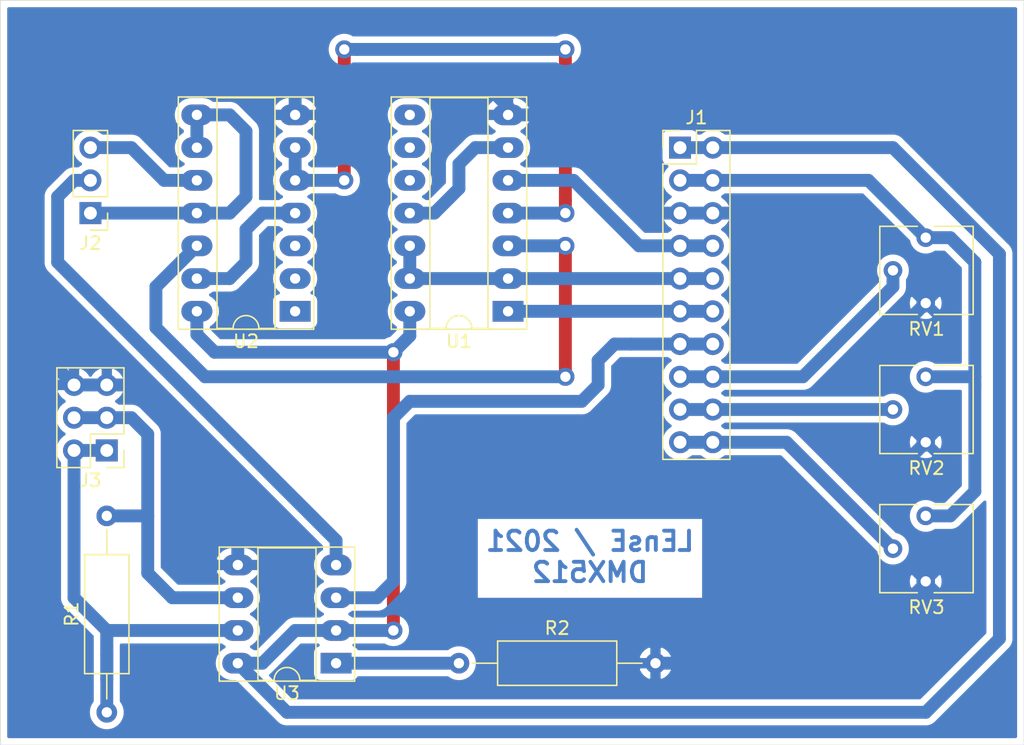
<source format=kicad_pcb>
(kicad_pcb (version 20171130) (host pcbnew "(5.1.6)-1")

  (general
    (thickness 1.6)
    (drawings 5)
    (tracks 154)
    (zones 0)
    (modules 11)
    (nets 21)
  )

  (page A4)
  (layers
    (0 F.Cu signal)
    (31 B.Cu signal)
    (32 B.Adhes user)
    (33 F.Adhes user)
    (34 B.Paste user)
    (35 F.Paste user)
    (36 B.SilkS user)
    (37 F.SilkS user)
    (38 B.Mask user)
    (39 F.Mask user)
    (40 Dwgs.User user)
    (41 Cmts.User user)
    (42 Eco1.User user)
    (43 Eco2.User user)
    (44 Edge.Cuts user)
    (45 Margin user)
    (46 B.CrtYd user)
    (47 F.CrtYd user)
    (48 B.Fab user)
    (49 F.Fab user)
  )

  (setup
    (last_trace_width 1)
    (user_trace_width 1)
    (trace_clearance 0.2)
    (zone_clearance 0.508)
    (zone_45_only no)
    (trace_min 0.2)
    (via_size 0.8)
    (via_drill 0.4)
    (via_min_size 0.4)
    (via_min_drill 0.3)
    (user_via 1.4 0.8)
    (uvia_size 0.3)
    (uvia_drill 0.1)
    (uvias_allowed no)
    (uvia_min_size 0.2)
    (uvia_min_drill 0.1)
    (edge_width 0.05)
    (segment_width 0.2)
    (pcb_text_width 0.3)
    (pcb_text_size 1.5 1.5)
    (mod_edge_width 0.12)
    (mod_text_size 1 1)
    (mod_text_width 0.15)
    (pad_size 1.524 1.524)
    (pad_drill 0.762)
    (pad_to_mask_clearance 0.05)
    (aux_axis_origin 0 0)
    (visible_elements FFFFFF7F)
    (pcbplotparams
      (layerselection 0x010fc_ffffffff)
      (usegerberextensions false)
      (usegerberattributes true)
      (usegerberadvancedattributes true)
      (creategerberjobfile true)
      (excludeedgelayer true)
      (linewidth 0.100000)
      (plotframeref false)
      (viasonmask false)
      (mode 1)
      (useauxorigin false)
      (hpglpennumber 1)
      (hpglpenspeed 20)
      (hpglpendiameter 15.000000)
      (psnegative false)
      (psa4output false)
      (plotreference true)
      (plotvalue true)
      (plotinvisibletext false)
      (padsonsilk false)
      (subtractmaskfromsilk false)
      (outputformat 1)
      (mirror false)
      (drillshape 0)
      (scaleselection 1)
      (outputdirectory "carteDMX512_gerber"))
  )

  (net 0 "")
  (net 1 AnInB)
  (net 2 AnInG)
  (net 3 AnInR)
  (net 4 out_s)
  (net 5 start)
  (net 6 enable)
  (net 7 TX)
  (net 8 GND)
  (net 9 5V)
  (net 10 3.3V)
  (net 11 "Net-(J2-Pad3)")
  (net 12 DMX_TX)
  (net 13 "Net-(J2-Pad1)")
  (net 14 "Net-(J3-Pad3)")
  (net 15 "Net-(J3-Pad1)")
  (net 16 "Net-(R2-Pad1)")
  (net 17 notstart)
  (net 18 "Net-(U1-Pad3)")
  (net 19 "Net-(U1-Pad4)")
  (net 20 "Net-(U2-Pad13)")

  (net_class Default "This is the default net class."
    (clearance 0.2)
    (trace_width 0.25)
    (via_dia 0.8)
    (via_drill 0.4)
    (uvia_dia 0.3)
    (uvia_drill 0.1)
    (add_net 3.3V)
    (add_net 5V)
    (add_net AnInB)
    (add_net AnInG)
    (add_net AnInR)
    (add_net DMX_TX)
    (add_net GND)
    (add_net "Net-(J2-Pad1)")
    (add_net "Net-(J2-Pad3)")
    (add_net "Net-(J3-Pad1)")
    (add_net "Net-(J3-Pad3)")
    (add_net "Net-(R2-Pad1)")
    (add_net "Net-(U1-Pad3)")
    (add_net "Net-(U1-Pad4)")
    (add_net "Net-(U2-Pad13)")
    (add_net TX)
    (add_net enable)
    (add_net notstart)
    (add_net out_s)
    (add_net start)
  )

  (module Package_DIP:DIP-8_W7.62mm_Socket_LongPads (layer F.Cu) (tedit 5A02E8C5) (tstamp 6018CBDE)
    (at 90.17 170.18 180)
    (descr "8-lead though-hole mounted DIP package, row spacing 7.62 mm (300 mils), Socket, LongPads")
    (tags "THT DIP DIL PDIP 2.54mm 7.62mm 300mil Socket LongPads")
    (path /6018535A)
    (fp_text reference U3 (at 3.81 -2.33) (layer F.SilkS)
      (effects (font (size 1 1) (thickness 0.15)))
    )
    (fp_text value MAX485 (at 3.81 9.95) (layer F.Fab)
      (effects (font (size 1 1) (thickness 0.15)))
    )
    (fp_text user %R (at 3.81 3.81) (layer F.Fab)
      (effects (font (size 1 1) (thickness 0.15)))
    )
    (fp_arc (start 3.81 -1.33) (end 2.81 -1.33) (angle -180) (layer F.SilkS) (width 0.12))
    (fp_line (start 1.635 -1.27) (end 6.985 -1.27) (layer F.Fab) (width 0.1))
    (fp_line (start 6.985 -1.27) (end 6.985 8.89) (layer F.Fab) (width 0.1))
    (fp_line (start 6.985 8.89) (end 0.635 8.89) (layer F.Fab) (width 0.1))
    (fp_line (start 0.635 8.89) (end 0.635 -0.27) (layer F.Fab) (width 0.1))
    (fp_line (start 0.635 -0.27) (end 1.635 -1.27) (layer F.Fab) (width 0.1))
    (fp_line (start -1.27 -1.33) (end -1.27 8.95) (layer F.Fab) (width 0.1))
    (fp_line (start -1.27 8.95) (end 8.89 8.95) (layer F.Fab) (width 0.1))
    (fp_line (start 8.89 8.95) (end 8.89 -1.33) (layer F.Fab) (width 0.1))
    (fp_line (start 8.89 -1.33) (end -1.27 -1.33) (layer F.Fab) (width 0.1))
    (fp_line (start 2.81 -1.33) (end 1.56 -1.33) (layer F.SilkS) (width 0.12))
    (fp_line (start 1.56 -1.33) (end 1.56 8.95) (layer F.SilkS) (width 0.12))
    (fp_line (start 1.56 8.95) (end 6.06 8.95) (layer F.SilkS) (width 0.12))
    (fp_line (start 6.06 8.95) (end 6.06 -1.33) (layer F.SilkS) (width 0.12))
    (fp_line (start 6.06 -1.33) (end 4.81 -1.33) (layer F.SilkS) (width 0.12))
    (fp_line (start -1.44 -1.39) (end -1.44 9.01) (layer F.SilkS) (width 0.12))
    (fp_line (start -1.44 9.01) (end 9.06 9.01) (layer F.SilkS) (width 0.12))
    (fp_line (start 9.06 9.01) (end 9.06 -1.39) (layer F.SilkS) (width 0.12))
    (fp_line (start 9.06 -1.39) (end -1.44 -1.39) (layer F.SilkS) (width 0.12))
    (fp_line (start -1.55 -1.6) (end -1.55 9.2) (layer F.CrtYd) (width 0.05))
    (fp_line (start -1.55 9.2) (end 9.15 9.2) (layer F.CrtYd) (width 0.05))
    (fp_line (start 9.15 9.2) (end 9.15 -1.6) (layer F.CrtYd) (width 0.05))
    (fp_line (start 9.15 -1.6) (end -1.55 -1.6) (layer F.CrtYd) (width 0.05))
    (pad 8 thru_hole oval (at 7.62 0 180) (size 2.4 1.6) (drill 0.8) (layers *.Cu *.Mask)
      (net 9 5V))
    (pad 4 thru_hole oval (at 0 7.62 180) (size 2.4 1.6) (drill 0.8) (layers *.Cu *.Mask)
      (net 12 DMX_TX))
    (pad 7 thru_hole oval (at 7.62 2.54 180) (size 2.4 1.6) (drill 0.8) (layers *.Cu *.Mask)
      (net 15 "Net-(J3-Pad1)"))
    (pad 3 thru_hole oval (at 0 5.08 180) (size 2.4 1.6) (drill 0.8) (layers *.Cu *.Mask)
      (net 6 enable))
    (pad 6 thru_hole oval (at 7.62 5.08 180) (size 2.4 1.6) (drill 0.8) (layers *.Cu *.Mask)
      (net 14 "Net-(J3-Pad3)"))
    (pad 2 thru_hole oval (at 0 2.54 180) (size 2.4 1.6) (drill 0.8) (layers *.Cu *.Mask)
      (net 9 5V))
    (pad 5 thru_hole oval (at 7.62 7.62 180) (size 2.4 1.6) (drill 0.8) (layers *.Cu *.Mask)
      (net 8 GND))
    (pad 1 thru_hole rect (at 0 0 180) (size 2.4 1.6) (drill 0.8) (layers *.Cu *.Mask)
      (net 16 "Net-(R2-Pad1)"))
    (model ${KISYS3DMOD}/Package_DIP.3dshapes/DIP-8_W7.62mm_Socket.wrl
      (at (xyz 0 0 0))
      (scale (xyz 1 1 1))
      (rotate (xyz 0 0 0))
    )
  )

  (module Potentiometer_THT:Potentiometer_Vishay_T73YP_Vertical (layer F.Cu) (tedit 5A3D4993) (tstamp 6018CB66)
    (at 135.89 158.75 180)
    (descr "Potentiometer, vertical, Vishay T73YP, http://www.vishay.com/docs/51016/t73.pdf")
    (tags "Potentiometer vertical Vishay T73YP")
    (path /6018DF95)
    (fp_text reference RV3 (at -0.06 -7.09) (layer F.SilkS)
      (effects (font (size 1 1) (thickness 0.15)))
    )
    (fp_text value PotB (at -0.06 2.01) (layer F.Fab)
      (effects (font (size 1 1) (thickness 0.15)))
    )
    (fp_text user %R (at -2.56 -2.54 90) (layer F.Fab)
      (effects (font (size 1 1) (thickness 0.15)))
    )
    (fp_circle (center 0.24 -2.54) (end 1.74 -2.54) (layer F.Fab) (width 0.1))
    (fp_line (start -3.56 -5.84) (end -3.56 0.76) (layer F.Fab) (width 0.1))
    (fp_line (start -3.56 0.76) (end 3.44 0.76) (layer F.Fab) (width 0.1))
    (fp_line (start 3.44 0.76) (end 3.44 -5.84) (layer F.Fab) (width 0.1))
    (fp_line (start 3.44 -5.84) (end -3.56 -5.84) (layer F.Fab) (width 0.1))
    (fp_line (start -0.961 -2.616) (end 0.164 -2.616) (layer F.Fab) (width 0.1))
    (fp_line (start 0.164 -2.616) (end 0.164 -3.741) (layer F.Fab) (width 0.1))
    (fp_line (start 0.164 -3.741) (end 0.316 -3.741) (layer F.Fab) (width 0.1))
    (fp_line (start 0.316 -3.741) (end 0.316 -2.616) (layer F.Fab) (width 0.1))
    (fp_line (start 0.316 -2.616) (end 1.441 -2.616) (layer F.Fab) (width 0.1))
    (fp_line (start 1.441 -2.616) (end 1.441 -2.464) (layer F.Fab) (width 0.1))
    (fp_line (start 1.441 -2.464) (end 0.316 -2.464) (layer F.Fab) (width 0.1))
    (fp_line (start 0.316 -2.464) (end 0.316 -1.339) (layer F.Fab) (width 0.1))
    (fp_line (start 0.316 -1.339) (end 0.164 -1.339) (layer F.Fab) (width 0.1))
    (fp_line (start 0.164 -1.339) (end 0.164 -2.464) (layer F.Fab) (width 0.1))
    (fp_line (start 0.164 -2.464) (end -0.961 -2.464) (layer F.Fab) (width 0.1))
    (fp_line (start -0.961 -2.464) (end -0.961 -2.616) (layer F.Fab) (width 0.1))
    (fp_line (start -3.68 -5.96) (end -0.65 -5.96) (layer F.SilkS) (width 0.12))
    (fp_line (start 0.65 -5.96) (end 3.56 -5.96) (layer F.SilkS) (width 0.12))
    (fp_line (start -3.68 0.88) (end -0.65 0.88) (layer F.SilkS) (width 0.12))
    (fp_line (start 0.65 0.88) (end 3.56 0.88) (layer F.SilkS) (width 0.12))
    (fp_line (start -3.68 -5.96) (end -3.68 0.88) (layer F.SilkS) (width 0.12))
    (fp_line (start 3.56 -5.96) (end 3.56 0.88) (layer F.SilkS) (width 0.12))
    (fp_line (start -3.85 -6.1) (end -3.85 1.05) (layer F.CrtYd) (width 0.05))
    (fp_line (start -3.85 1.05) (end 3.7 1.05) (layer F.CrtYd) (width 0.05))
    (fp_line (start 3.7 1.05) (end 3.7 -6.1) (layer F.CrtYd) (width 0.05))
    (fp_line (start 3.7 -6.1) (end -3.85 -6.1) (layer F.CrtYd) (width 0.05))
    (pad 1 thru_hole circle (at 0 0 180) (size 1.44 1.44) (drill 0.8) (layers *.Cu *.Mask)
      (net 10 3.3V))
    (pad 2 thru_hole circle (at 2.54 -2.54 180) (size 1.44 1.44) (drill 0.8) (layers *.Cu *.Mask)
      (net 1 AnInB))
    (pad 3 thru_hole circle (at 0 -5.08 180) (size 1.44 1.44) (drill 0.8) (layers *.Cu *.Mask)
      (net 8 GND))
    (model ${KISYS3DMOD}/Potentiometer_THT.3dshapes/Potentiometer_Vishay_T73YP_Vertical.wrl
      (at (xyz 0 0 0))
      (scale (xyz 1 1 1))
      (rotate (xyz 0 0 0))
    )
  )

  (module Potentiometer_THT:Potentiometer_Vishay_T73YP_Vertical (layer F.Cu) (tedit 5A3D4993) (tstamp 6018CB43)
    (at 135.89 147.955 180)
    (descr "Potentiometer, vertical, Vishay T73YP, http://www.vishay.com/docs/51016/t73.pdf")
    (tags "Potentiometer vertical Vishay T73YP")
    (path /6018F437)
    (fp_text reference RV2 (at -0.06 -7.09) (layer F.SilkS)
      (effects (font (size 1 1) (thickness 0.15)))
    )
    (fp_text value PotG (at -0.06 2.01) (layer F.Fab)
      (effects (font (size 1 1) (thickness 0.15)))
    )
    (fp_text user %R (at -2.56 -2.54 90) (layer F.Fab)
      (effects (font (size 1 1) (thickness 0.15)))
    )
    (fp_circle (center 0.24 -2.54) (end 1.74 -2.54) (layer F.Fab) (width 0.1))
    (fp_line (start -3.56 -5.84) (end -3.56 0.76) (layer F.Fab) (width 0.1))
    (fp_line (start -3.56 0.76) (end 3.44 0.76) (layer F.Fab) (width 0.1))
    (fp_line (start 3.44 0.76) (end 3.44 -5.84) (layer F.Fab) (width 0.1))
    (fp_line (start 3.44 -5.84) (end -3.56 -5.84) (layer F.Fab) (width 0.1))
    (fp_line (start -0.961 -2.616) (end 0.164 -2.616) (layer F.Fab) (width 0.1))
    (fp_line (start 0.164 -2.616) (end 0.164 -3.741) (layer F.Fab) (width 0.1))
    (fp_line (start 0.164 -3.741) (end 0.316 -3.741) (layer F.Fab) (width 0.1))
    (fp_line (start 0.316 -3.741) (end 0.316 -2.616) (layer F.Fab) (width 0.1))
    (fp_line (start 0.316 -2.616) (end 1.441 -2.616) (layer F.Fab) (width 0.1))
    (fp_line (start 1.441 -2.616) (end 1.441 -2.464) (layer F.Fab) (width 0.1))
    (fp_line (start 1.441 -2.464) (end 0.316 -2.464) (layer F.Fab) (width 0.1))
    (fp_line (start 0.316 -2.464) (end 0.316 -1.339) (layer F.Fab) (width 0.1))
    (fp_line (start 0.316 -1.339) (end 0.164 -1.339) (layer F.Fab) (width 0.1))
    (fp_line (start 0.164 -1.339) (end 0.164 -2.464) (layer F.Fab) (width 0.1))
    (fp_line (start 0.164 -2.464) (end -0.961 -2.464) (layer F.Fab) (width 0.1))
    (fp_line (start -0.961 -2.464) (end -0.961 -2.616) (layer F.Fab) (width 0.1))
    (fp_line (start -3.68 -5.96) (end -0.65 -5.96) (layer F.SilkS) (width 0.12))
    (fp_line (start 0.65 -5.96) (end 3.56 -5.96) (layer F.SilkS) (width 0.12))
    (fp_line (start -3.68 0.88) (end -0.65 0.88) (layer F.SilkS) (width 0.12))
    (fp_line (start 0.65 0.88) (end 3.56 0.88) (layer F.SilkS) (width 0.12))
    (fp_line (start -3.68 -5.96) (end -3.68 0.88) (layer F.SilkS) (width 0.12))
    (fp_line (start 3.56 -5.96) (end 3.56 0.88) (layer F.SilkS) (width 0.12))
    (fp_line (start -3.85 -6.1) (end -3.85 1.05) (layer F.CrtYd) (width 0.05))
    (fp_line (start -3.85 1.05) (end 3.7 1.05) (layer F.CrtYd) (width 0.05))
    (fp_line (start 3.7 1.05) (end 3.7 -6.1) (layer F.CrtYd) (width 0.05))
    (fp_line (start 3.7 -6.1) (end -3.85 -6.1) (layer F.CrtYd) (width 0.05))
    (pad 1 thru_hole circle (at 0 0 180) (size 1.44 1.44) (drill 0.8) (layers *.Cu *.Mask)
      (net 10 3.3V))
    (pad 2 thru_hole circle (at 2.54 -2.54 180) (size 1.44 1.44) (drill 0.8) (layers *.Cu *.Mask)
      (net 2 AnInG))
    (pad 3 thru_hole circle (at 0 -5.08 180) (size 1.44 1.44) (drill 0.8) (layers *.Cu *.Mask)
      (net 8 GND))
    (model ${KISYS3DMOD}/Potentiometer_THT.3dshapes/Potentiometer_Vishay_T73YP_Vertical.wrl
      (at (xyz 0 0 0))
      (scale (xyz 1 1 1))
      (rotate (xyz 0 0 0))
    )
  )

  (module Potentiometer_THT:Potentiometer_Vishay_T73YP_Vertical (layer F.Cu) (tedit 5A3D4993) (tstamp 6018CB20)
    (at 135.89 137.16 180)
    (descr "Potentiometer, vertical, Vishay T73YP, http://www.vishay.com/docs/51016/t73.pdf")
    (tags "Potentiometer vertical Vishay T73YP")
    (path /6018EFA6)
    (fp_text reference RV1 (at -0.06 -7.09) (layer F.SilkS)
      (effects (font (size 1 1) (thickness 0.15)))
    )
    (fp_text value PotR (at -0.06 2.01) (layer F.Fab)
      (effects (font (size 1 1) (thickness 0.15)))
    )
    (fp_text user %R (at -2.56 -2.54 90) (layer F.Fab)
      (effects (font (size 1 1) (thickness 0.15)))
    )
    (fp_circle (center 0.24 -2.54) (end 1.74 -2.54) (layer F.Fab) (width 0.1))
    (fp_line (start -3.56 -5.84) (end -3.56 0.76) (layer F.Fab) (width 0.1))
    (fp_line (start -3.56 0.76) (end 3.44 0.76) (layer F.Fab) (width 0.1))
    (fp_line (start 3.44 0.76) (end 3.44 -5.84) (layer F.Fab) (width 0.1))
    (fp_line (start 3.44 -5.84) (end -3.56 -5.84) (layer F.Fab) (width 0.1))
    (fp_line (start -0.961 -2.616) (end 0.164 -2.616) (layer F.Fab) (width 0.1))
    (fp_line (start 0.164 -2.616) (end 0.164 -3.741) (layer F.Fab) (width 0.1))
    (fp_line (start 0.164 -3.741) (end 0.316 -3.741) (layer F.Fab) (width 0.1))
    (fp_line (start 0.316 -3.741) (end 0.316 -2.616) (layer F.Fab) (width 0.1))
    (fp_line (start 0.316 -2.616) (end 1.441 -2.616) (layer F.Fab) (width 0.1))
    (fp_line (start 1.441 -2.616) (end 1.441 -2.464) (layer F.Fab) (width 0.1))
    (fp_line (start 1.441 -2.464) (end 0.316 -2.464) (layer F.Fab) (width 0.1))
    (fp_line (start 0.316 -2.464) (end 0.316 -1.339) (layer F.Fab) (width 0.1))
    (fp_line (start 0.316 -1.339) (end 0.164 -1.339) (layer F.Fab) (width 0.1))
    (fp_line (start 0.164 -1.339) (end 0.164 -2.464) (layer F.Fab) (width 0.1))
    (fp_line (start 0.164 -2.464) (end -0.961 -2.464) (layer F.Fab) (width 0.1))
    (fp_line (start -0.961 -2.464) (end -0.961 -2.616) (layer F.Fab) (width 0.1))
    (fp_line (start -3.68 -5.96) (end -0.65 -5.96) (layer F.SilkS) (width 0.12))
    (fp_line (start 0.65 -5.96) (end 3.56 -5.96) (layer F.SilkS) (width 0.12))
    (fp_line (start -3.68 0.88) (end -0.65 0.88) (layer F.SilkS) (width 0.12))
    (fp_line (start 0.65 0.88) (end 3.56 0.88) (layer F.SilkS) (width 0.12))
    (fp_line (start -3.68 -5.96) (end -3.68 0.88) (layer F.SilkS) (width 0.12))
    (fp_line (start 3.56 -5.96) (end 3.56 0.88) (layer F.SilkS) (width 0.12))
    (fp_line (start -3.85 -6.1) (end -3.85 1.05) (layer F.CrtYd) (width 0.05))
    (fp_line (start -3.85 1.05) (end 3.7 1.05) (layer F.CrtYd) (width 0.05))
    (fp_line (start 3.7 1.05) (end 3.7 -6.1) (layer F.CrtYd) (width 0.05))
    (fp_line (start 3.7 -6.1) (end -3.85 -6.1) (layer F.CrtYd) (width 0.05))
    (pad 1 thru_hole circle (at 0 0 180) (size 1.44 1.44) (drill 0.8) (layers *.Cu *.Mask)
      (net 10 3.3V))
    (pad 2 thru_hole circle (at 2.54 -2.54 180) (size 1.44 1.44) (drill 0.8) (layers *.Cu *.Mask)
      (net 3 AnInR))
    (pad 3 thru_hole circle (at 0 -5.08 180) (size 1.44 1.44) (drill 0.8) (layers *.Cu *.Mask)
      (net 8 GND))
    (model ${KISYS3DMOD}/Potentiometer_THT.3dshapes/Potentiometer_Vishay_T73YP_Vertical.wrl
      (at (xyz 0 0 0))
      (scale (xyz 1 1 1))
      (rotate (xyz 0 0 0))
    )
  )

  (module Resistor_THT:R_Axial_DIN0309_L9.0mm_D3.2mm_P15.24mm_Horizontal (layer F.Cu) (tedit 5AE5139B) (tstamp 6018CAFD)
    (at 99.695 170.18)
    (descr "Resistor, Axial_DIN0309 series, Axial, Horizontal, pin pitch=15.24mm, 0.5W = 1/2W, length*diameter=9*3.2mm^2, http://cdn-reichelt.de/documents/datenblatt/B400/1_4W%23YAG.pdf")
    (tags "Resistor Axial_DIN0309 series Axial Horizontal pin pitch 15.24mm 0.5W = 1/2W length 9mm diameter 3.2mm")
    (path /601C92C8)
    (fp_text reference R2 (at 7.62 -2.72) (layer F.SilkS)
      (effects (font (size 1 1) (thickness 0.15)))
    )
    (fp_text value 120 (at 7.62 2.72) (layer F.Fab)
      (effects (font (size 1 1) (thickness 0.15)))
    )
    (fp_text user %R (at 7.62 0) (layer F.Fab)
      (effects (font (size 1 1) (thickness 0.15)))
    )
    (fp_line (start 3.12 -1.6) (end 3.12 1.6) (layer F.Fab) (width 0.1))
    (fp_line (start 3.12 1.6) (end 12.12 1.6) (layer F.Fab) (width 0.1))
    (fp_line (start 12.12 1.6) (end 12.12 -1.6) (layer F.Fab) (width 0.1))
    (fp_line (start 12.12 -1.6) (end 3.12 -1.6) (layer F.Fab) (width 0.1))
    (fp_line (start 0 0) (end 3.12 0) (layer F.Fab) (width 0.1))
    (fp_line (start 15.24 0) (end 12.12 0) (layer F.Fab) (width 0.1))
    (fp_line (start 3 -1.72) (end 3 1.72) (layer F.SilkS) (width 0.12))
    (fp_line (start 3 1.72) (end 12.24 1.72) (layer F.SilkS) (width 0.12))
    (fp_line (start 12.24 1.72) (end 12.24 -1.72) (layer F.SilkS) (width 0.12))
    (fp_line (start 12.24 -1.72) (end 3 -1.72) (layer F.SilkS) (width 0.12))
    (fp_line (start 1.04 0) (end 3 0) (layer F.SilkS) (width 0.12))
    (fp_line (start 14.2 0) (end 12.24 0) (layer F.SilkS) (width 0.12))
    (fp_line (start -1.05 -1.85) (end -1.05 1.85) (layer F.CrtYd) (width 0.05))
    (fp_line (start -1.05 1.85) (end 16.29 1.85) (layer F.CrtYd) (width 0.05))
    (fp_line (start 16.29 1.85) (end 16.29 -1.85) (layer F.CrtYd) (width 0.05))
    (fp_line (start 16.29 -1.85) (end -1.05 -1.85) (layer F.CrtYd) (width 0.05))
    (pad 2 thru_hole oval (at 15.24 0) (size 1.6 1.6) (drill 0.8) (layers *.Cu *.Mask)
      (net 8 GND))
    (pad 1 thru_hole circle (at 0 0) (size 1.6 1.6) (drill 0.8) (layers *.Cu *.Mask)
      (net 16 "Net-(R2-Pad1)"))
    (model ${KISYS3DMOD}/Resistor_THT.3dshapes/R_Axial_DIN0309_L9.0mm_D3.2mm_P15.24mm_Horizontal.wrl
      (at (xyz 0 0 0))
      (scale (xyz 1 1 1))
      (rotate (xyz 0 0 0))
    )
  )

  (module Resistor_THT:R_Axial_DIN0309_L9.0mm_D3.2mm_P15.24mm_Horizontal (layer F.Cu) (tedit 5AE5139B) (tstamp 6018CAE6)
    (at 72.39 173.99 90)
    (descr "Resistor, Axial_DIN0309 series, Axial, Horizontal, pin pitch=15.24mm, 0.5W = 1/2W, length*diameter=9*3.2mm^2, http://cdn-reichelt.de/documents/datenblatt/B400/1_4W%23YAG.pdf")
    (tags "Resistor Axial_DIN0309 series Axial Horizontal pin pitch 15.24mm 0.5W = 1/2W length 9mm diameter 3.2mm")
    (path /6019E031)
    (fp_text reference R1 (at 7.62 -2.72 90) (layer F.SilkS)
      (effects (font (size 1 1) (thickness 0.15)))
    )
    (fp_text value 120 (at 7.62 2.72 90) (layer F.Fab)
      (effects (font (size 1 1) (thickness 0.15)))
    )
    (fp_text user %R (at 7.62 0 90) (layer F.Fab)
      (effects (font (size 1 1) (thickness 0.15)))
    )
    (fp_line (start 3.12 -1.6) (end 3.12 1.6) (layer F.Fab) (width 0.1))
    (fp_line (start 3.12 1.6) (end 12.12 1.6) (layer F.Fab) (width 0.1))
    (fp_line (start 12.12 1.6) (end 12.12 -1.6) (layer F.Fab) (width 0.1))
    (fp_line (start 12.12 -1.6) (end 3.12 -1.6) (layer F.Fab) (width 0.1))
    (fp_line (start 0 0) (end 3.12 0) (layer F.Fab) (width 0.1))
    (fp_line (start 15.24 0) (end 12.12 0) (layer F.Fab) (width 0.1))
    (fp_line (start 3 -1.72) (end 3 1.72) (layer F.SilkS) (width 0.12))
    (fp_line (start 3 1.72) (end 12.24 1.72) (layer F.SilkS) (width 0.12))
    (fp_line (start 12.24 1.72) (end 12.24 -1.72) (layer F.SilkS) (width 0.12))
    (fp_line (start 12.24 -1.72) (end 3 -1.72) (layer F.SilkS) (width 0.12))
    (fp_line (start 1.04 0) (end 3 0) (layer F.SilkS) (width 0.12))
    (fp_line (start 14.2 0) (end 12.24 0) (layer F.SilkS) (width 0.12))
    (fp_line (start -1.05 -1.85) (end -1.05 1.85) (layer F.CrtYd) (width 0.05))
    (fp_line (start -1.05 1.85) (end 16.29 1.85) (layer F.CrtYd) (width 0.05))
    (fp_line (start 16.29 1.85) (end 16.29 -1.85) (layer F.CrtYd) (width 0.05))
    (fp_line (start 16.29 -1.85) (end -1.05 -1.85) (layer F.CrtYd) (width 0.05))
    (pad 2 thru_hole oval (at 15.24 0 90) (size 1.6 1.6) (drill 0.8) (layers *.Cu *.Mask)
      (net 14 "Net-(J3-Pad3)"))
    (pad 1 thru_hole circle (at 0 0 90) (size 1.6 1.6) (drill 0.8) (layers *.Cu *.Mask)
      (net 15 "Net-(J3-Pad1)"))
    (model ${KISYS3DMOD}/Resistor_THT.3dshapes/R_Axial_DIN0309_L9.0mm_D3.2mm_P15.24mm_Horizontal.wrl
      (at (xyz 0 0 0))
      (scale (xyz 1 1 1))
      (rotate (xyz 0 0 0))
    )
  )

  (module Connector_PinHeader_2.54mm:PinHeader_2x03_P2.54mm_Vertical (layer F.Cu) (tedit 59FED5CC) (tstamp 6018CACF)
    (at 72.39 153.67 180)
    (descr "Through hole straight pin header, 2x03, 2.54mm pitch, double rows")
    (tags "Through hole pin header THT 2x03 2.54mm double row")
    (path /60199F28)
    (fp_text reference J3 (at 1.27 -2.33) (layer F.SilkS)
      (effects (font (size 1 1) (thickness 0.15)))
    )
    (fp_text value To_Dmx (at 1.27 7.41) (layer F.Fab)
      (effects (font (size 1 1) (thickness 0.15)))
    )
    (fp_text user %R (at 1.27 2.54 90) (layer F.Fab)
      (effects (font (size 1 1) (thickness 0.15)))
    )
    (fp_line (start 0 -1.27) (end 3.81 -1.27) (layer F.Fab) (width 0.1))
    (fp_line (start 3.81 -1.27) (end 3.81 6.35) (layer F.Fab) (width 0.1))
    (fp_line (start 3.81 6.35) (end -1.27 6.35) (layer F.Fab) (width 0.1))
    (fp_line (start -1.27 6.35) (end -1.27 0) (layer F.Fab) (width 0.1))
    (fp_line (start -1.27 0) (end 0 -1.27) (layer F.Fab) (width 0.1))
    (fp_line (start -1.33 6.41) (end 3.87 6.41) (layer F.SilkS) (width 0.12))
    (fp_line (start -1.33 1.27) (end -1.33 6.41) (layer F.SilkS) (width 0.12))
    (fp_line (start 3.87 -1.33) (end 3.87 6.41) (layer F.SilkS) (width 0.12))
    (fp_line (start -1.33 1.27) (end 1.27 1.27) (layer F.SilkS) (width 0.12))
    (fp_line (start 1.27 1.27) (end 1.27 -1.33) (layer F.SilkS) (width 0.12))
    (fp_line (start 1.27 -1.33) (end 3.87 -1.33) (layer F.SilkS) (width 0.12))
    (fp_line (start -1.33 0) (end -1.33 -1.33) (layer F.SilkS) (width 0.12))
    (fp_line (start -1.33 -1.33) (end 0 -1.33) (layer F.SilkS) (width 0.12))
    (fp_line (start -1.8 -1.8) (end -1.8 6.85) (layer F.CrtYd) (width 0.05))
    (fp_line (start -1.8 6.85) (end 4.35 6.85) (layer F.CrtYd) (width 0.05))
    (fp_line (start 4.35 6.85) (end 4.35 -1.8) (layer F.CrtYd) (width 0.05))
    (fp_line (start 4.35 -1.8) (end -1.8 -1.8) (layer F.CrtYd) (width 0.05))
    (pad 6 thru_hole oval (at 2.54 5.08 180) (size 1.7 1.7) (drill 1) (layers *.Cu *.Mask)
      (net 8 GND))
    (pad 5 thru_hole oval (at 0 5.08 180) (size 1.7 1.7) (drill 1) (layers *.Cu *.Mask)
      (net 8 GND))
    (pad 4 thru_hole oval (at 2.54 2.54 180) (size 1.7 1.7) (drill 1) (layers *.Cu *.Mask)
      (net 14 "Net-(J3-Pad3)"))
    (pad 3 thru_hole oval (at 0 2.54 180) (size 1.7 1.7) (drill 1) (layers *.Cu *.Mask)
      (net 14 "Net-(J3-Pad3)"))
    (pad 2 thru_hole oval (at 2.54 0 180) (size 1.7 1.7) (drill 1) (layers *.Cu *.Mask)
      (net 15 "Net-(J3-Pad1)"))
    (pad 1 thru_hole rect (at 0 0 180) (size 1.7 1.7) (drill 1) (layers *.Cu *.Mask)
      (net 15 "Net-(J3-Pad1)"))
    (model ${KISYS3DMOD}/Connector_PinHeader_2.54mm.3dshapes/PinHeader_2x03_P2.54mm_Vertical.wrl
      (at (xyz 0 0 0))
      (scale (xyz 1 1 1))
      (rotate (xyz 0 0 0))
    )
  )

  (module Connector_PinHeader_2.54mm:PinHeader_1x03_P2.54mm_Vertical (layer F.Cu) (tedit 59FED5CC) (tstamp 6018CAB3)
    (at 71.12 135.255 180)
    (descr "Through hole straight pin header, 1x03, 2.54mm pitch, single row")
    (tags "Through hole pin header THT 1x03 2.54mm single row")
    (path /601B1E58)
    (fp_text reference J2 (at 0 -2.33) (layer F.SilkS)
      (effects (font (size 1 1) (thickness 0.15)))
    )
    (fp_text value Conn_01x03 (at 0 7.41) (layer F.Fab)
      (effects (font (size 1 1) (thickness 0.15)))
    )
    (fp_text user %R (at 0 2.54 90) (layer F.Fab)
      (effects (font (size 1 1) (thickness 0.15)))
    )
    (fp_line (start -0.635 -1.27) (end 1.27 -1.27) (layer F.Fab) (width 0.1))
    (fp_line (start 1.27 -1.27) (end 1.27 6.35) (layer F.Fab) (width 0.1))
    (fp_line (start 1.27 6.35) (end -1.27 6.35) (layer F.Fab) (width 0.1))
    (fp_line (start -1.27 6.35) (end -1.27 -0.635) (layer F.Fab) (width 0.1))
    (fp_line (start -1.27 -0.635) (end -0.635 -1.27) (layer F.Fab) (width 0.1))
    (fp_line (start -1.33 6.41) (end 1.33 6.41) (layer F.SilkS) (width 0.12))
    (fp_line (start -1.33 1.27) (end -1.33 6.41) (layer F.SilkS) (width 0.12))
    (fp_line (start 1.33 1.27) (end 1.33 6.41) (layer F.SilkS) (width 0.12))
    (fp_line (start -1.33 1.27) (end 1.33 1.27) (layer F.SilkS) (width 0.12))
    (fp_line (start -1.33 0) (end -1.33 -1.33) (layer F.SilkS) (width 0.12))
    (fp_line (start -1.33 -1.33) (end 0 -1.33) (layer F.SilkS) (width 0.12))
    (fp_line (start -1.8 -1.8) (end -1.8 6.85) (layer F.CrtYd) (width 0.05))
    (fp_line (start -1.8 6.85) (end 1.8 6.85) (layer F.CrtYd) (width 0.05))
    (fp_line (start 1.8 6.85) (end 1.8 -1.8) (layer F.CrtYd) (width 0.05))
    (fp_line (start 1.8 -1.8) (end -1.8 -1.8) (layer F.CrtYd) (width 0.05))
    (pad 3 thru_hole oval (at 0 5.08 180) (size 1.7 1.7) (drill 1) (layers *.Cu *.Mask)
      (net 11 "Net-(J2-Pad3)"))
    (pad 2 thru_hole oval (at 0 2.54 180) (size 1.7 1.7) (drill 1) (layers *.Cu *.Mask)
      (net 12 DMX_TX))
    (pad 1 thru_hole rect (at 0 0 180) (size 1.7 1.7) (drill 1) (layers *.Cu *.Mask)
      (net 13 "Net-(J2-Pad1)"))
    (model ${KISYS3DMOD}/Connector_PinHeader_2.54mm.3dshapes/PinHeader_1x03_P2.54mm_Vertical.wrl
      (at (xyz 0 0 0))
      (scale (xyz 1 1 1))
      (rotate (xyz 0 0 0))
    )
  )

  (module Connector_PinHeader_2.54mm:PinHeader_2x10_P2.54mm_Vertical (layer F.Cu) (tedit 59FED5CC) (tstamp 6018CA9C)
    (at 116.84 130.175)
    (descr "Through hole straight pin header, 2x10, 2.54mm pitch, double rows")
    (tags "Through hole pin header THT 2x10 2.54mm double row")
    (path /60192F27)
    (fp_text reference J1 (at 1.27 -2.33) (layer F.SilkS)
      (effects (font (size 1 1) (thickness 0.15)))
    )
    (fp_text value Conn_02x10_Odd_Even (at 1.27 25.19) (layer F.Fab)
      (effects (font (size 1 1) (thickness 0.15)))
    )
    (fp_text user %R (at 1.27 11.43 90) (layer F.Fab)
      (effects (font (size 1 1) (thickness 0.15)))
    )
    (fp_line (start 0 -1.27) (end 3.81 -1.27) (layer F.Fab) (width 0.1))
    (fp_line (start 3.81 -1.27) (end 3.81 24.13) (layer F.Fab) (width 0.1))
    (fp_line (start 3.81 24.13) (end -1.27 24.13) (layer F.Fab) (width 0.1))
    (fp_line (start -1.27 24.13) (end -1.27 0) (layer F.Fab) (width 0.1))
    (fp_line (start -1.27 0) (end 0 -1.27) (layer F.Fab) (width 0.1))
    (fp_line (start -1.33 24.19) (end 3.87 24.19) (layer F.SilkS) (width 0.12))
    (fp_line (start -1.33 1.27) (end -1.33 24.19) (layer F.SilkS) (width 0.12))
    (fp_line (start 3.87 -1.33) (end 3.87 24.19) (layer F.SilkS) (width 0.12))
    (fp_line (start -1.33 1.27) (end 1.27 1.27) (layer F.SilkS) (width 0.12))
    (fp_line (start 1.27 1.27) (end 1.27 -1.33) (layer F.SilkS) (width 0.12))
    (fp_line (start 1.27 -1.33) (end 3.87 -1.33) (layer F.SilkS) (width 0.12))
    (fp_line (start -1.33 0) (end -1.33 -1.33) (layer F.SilkS) (width 0.12))
    (fp_line (start -1.33 -1.33) (end 0 -1.33) (layer F.SilkS) (width 0.12))
    (fp_line (start -1.8 -1.8) (end -1.8 24.65) (layer F.CrtYd) (width 0.05))
    (fp_line (start -1.8 24.65) (end 4.35 24.65) (layer F.CrtYd) (width 0.05))
    (fp_line (start 4.35 24.65) (end 4.35 -1.8) (layer F.CrtYd) (width 0.05))
    (fp_line (start 4.35 -1.8) (end -1.8 -1.8) (layer F.CrtYd) (width 0.05))
    (pad 20 thru_hole oval (at 2.54 22.86) (size 1.7 1.7) (drill 1) (layers *.Cu *.Mask)
      (net 1 AnInB))
    (pad 19 thru_hole oval (at 0 22.86) (size 1.7 1.7) (drill 1) (layers *.Cu *.Mask)
      (net 1 AnInB))
    (pad 18 thru_hole oval (at 2.54 20.32) (size 1.7 1.7) (drill 1) (layers *.Cu *.Mask)
      (net 2 AnInG))
    (pad 17 thru_hole oval (at 0 20.32) (size 1.7 1.7) (drill 1) (layers *.Cu *.Mask)
      (net 2 AnInG))
    (pad 16 thru_hole oval (at 2.54 17.78) (size 1.7 1.7) (drill 1) (layers *.Cu *.Mask)
      (net 3 AnInR))
    (pad 15 thru_hole oval (at 0 17.78) (size 1.7 1.7) (drill 1) (layers *.Cu *.Mask)
      (net 3 AnInR))
    (pad 14 thru_hole oval (at 2.54 15.24) (size 1.7 1.7) (drill 1) (layers *.Cu *.Mask)
      (net 6 enable))
    (pad 13 thru_hole oval (at 0 15.24) (size 1.7 1.7) (drill 1) (layers *.Cu *.Mask)
      (net 6 enable))
    (pad 12 thru_hole oval (at 2.54 12.7) (size 1.7 1.7) (drill 1) (layers *.Cu *.Mask)
      (net 4 out_s))
    (pad 11 thru_hole oval (at 0 12.7) (size 1.7 1.7) (drill 1) (layers *.Cu *.Mask)
      (net 4 out_s))
    (pad 10 thru_hole oval (at 2.54 10.16) (size 1.7 1.7) (drill 1) (layers *.Cu *.Mask)
      (net 5 start))
    (pad 9 thru_hole oval (at 0 10.16) (size 1.7 1.7) (drill 1) (layers *.Cu *.Mask)
      (net 5 start))
    (pad 8 thru_hole oval (at 2.54 7.62) (size 1.7 1.7) (drill 1) (layers *.Cu *.Mask)
      (net 7 TX))
    (pad 7 thru_hole oval (at 0 7.62) (size 1.7 1.7) (drill 1) (layers *.Cu *.Mask)
      (net 7 TX))
    (pad 6 thru_hole oval (at 2.54 5.08) (size 1.7 1.7) (drill 1) (layers *.Cu *.Mask)
      (net 8 GND))
    (pad 5 thru_hole oval (at 0 5.08) (size 1.7 1.7) (drill 1) (layers *.Cu *.Mask)
      (net 8 GND))
    (pad 4 thru_hole oval (at 2.54 2.54) (size 1.7 1.7) (drill 1) (layers *.Cu *.Mask)
      (net 10 3.3V))
    (pad 3 thru_hole oval (at 0 2.54) (size 1.7 1.7) (drill 1) (layers *.Cu *.Mask)
      (net 10 3.3V))
    (pad 2 thru_hole oval (at 2.54 0) (size 1.7 1.7) (drill 1) (layers *.Cu *.Mask)
      (net 9 5V))
    (pad 1 thru_hole rect (at 0 0) (size 1.7 1.7) (drill 1) (layers *.Cu *.Mask)
      (net 9 5V))
    (model ${KISYS3DMOD}/Connector_PinHeader_2.54mm.3dshapes/PinHeader_2x10_P2.54mm_Vertical.wrl
      (at (xyz 0 0 0))
      (scale (xyz 1 1 1))
      (rotate (xyz 0 0 0))
    )
  )

  (module Package_DIP:DIP-14_W7.62mm_Socket_LongPads (layer F.Cu) (tedit 5A02E8C5) (tstamp 6018E444)
    (at 103.505 142.875 180)
    (descr "14-lead though-hole mounted DIP package, row spacing 7.62 mm (300 mils), Socket, LongPads")
    (tags "THT DIP DIL PDIP 2.54mm 7.62mm 300mil Socket LongPads")
    (path /6018989A)
    (fp_text reference U1 (at 3.81 -2.33) (layer F.SilkS)
      (effects (font (size 1 1) (thickness 0.15)))
    )
    (fp_text value 4011 (at 3.81 17.57) (layer F.Fab)
      (effects (font (size 1 1) (thickness 0.15)))
    )
    (fp_line (start 9.15 -1.6) (end -1.55 -1.6) (layer F.CrtYd) (width 0.05))
    (fp_line (start 9.15 16.85) (end 9.15 -1.6) (layer F.CrtYd) (width 0.05))
    (fp_line (start -1.55 16.85) (end 9.15 16.85) (layer F.CrtYd) (width 0.05))
    (fp_line (start -1.55 -1.6) (end -1.55 16.85) (layer F.CrtYd) (width 0.05))
    (fp_line (start 9.06 -1.39) (end -1.44 -1.39) (layer F.SilkS) (width 0.12))
    (fp_line (start 9.06 16.63) (end 9.06 -1.39) (layer F.SilkS) (width 0.12))
    (fp_line (start -1.44 16.63) (end 9.06 16.63) (layer F.SilkS) (width 0.12))
    (fp_line (start -1.44 -1.39) (end -1.44 16.63) (layer F.SilkS) (width 0.12))
    (fp_line (start 6.06 -1.33) (end 4.81 -1.33) (layer F.SilkS) (width 0.12))
    (fp_line (start 6.06 16.57) (end 6.06 -1.33) (layer F.SilkS) (width 0.12))
    (fp_line (start 1.56 16.57) (end 6.06 16.57) (layer F.SilkS) (width 0.12))
    (fp_line (start 1.56 -1.33) (end 1.56 16.57) (layer F.SilkS) (width 0.12))
    (fp_line (start 2.81 -1.33) (end 1.56 -1.33) (layer F.SilkS) (width 0.12))
    (fp_line (start 8.89 -1.33) (end -1.27 -1.33) (layer F.Fab) (width 0.1))
    (fp_line (start 8.89 16.57) (end 8.89 -1.33) (layer F.Fab) (width 0.1))
    (fp_line (start -1.27 16.57) (end 8.89 16.57) (layer F.Fab) (width 0.1))
    (fp_line (start -1.27 -1.33) (end -1.27 16.57) (layer F.Fab) (width 0.1))
    (fp_line (start 0.635 -0.27) (end 1.635 -1.27) (layer F.Fab) (width 0.1))
    (fp_line (start 0.635 16.51) (end 0.635 -0.27) (layer F.Fab) (width 0.1))
    (fp_line (start 6.985 16.51) (end 0.635 16.51) (layer F.Fab) (width 0.1))
    (fp_line (start 6.985 -1.27) (end 6.985 16.51) (layer F.Fab) (width 0.1))
    (fp_line (start 1.635 -1.27) (end 6.985 -1.27) (layer F.Fab) (width 0.1))
    (fp_arc (start 3.81 -1.33) (end 2.81 -1.33) (angle -180) (layer F.SilkS) (width 0.12))
    (fp_text user %R (at 3.81 7.62) (layer F.Fab)
      (effects (font (size 1 1) (thickness 0.15)))
    )
    (pad 1 thru_hole rect (at 0 0 180) (size 2.4 1.6) (drill 0.8) (layers *.Cu *.Mask)
      (net 4 out_s))
    (pad 8 thru_hole oval (at 7.62 15.24 180) (size 2.4 1.6) (drill 0.8) (layers *.Cu *.Mask))
    (pad 2 thru_hole oval (at 0 2.54 180) (size 2.4 1.6) (drill 0.8) (layers *.Cu *.Mask)
      (net 5 start))
    (pad 9 thru_hole oval (at 7.62 12.7 180) (size 2.4 1.6) (drill 0.8) (layers *.Cu *.Mask))
    (pad 3 thru_hole oval (at 0 5.08 180) (size 2.4 1.6) (drill 0.8) (layers *.Cu *.Mask)
      (net 18 "Net-(U1-Pad3)"))
    (pad 10 thru_hole oval (at 7.62 10.16 180) (size 2.4 1.6) (drill 0.8) (layers *.Cu *.Mask))
    (pad 4 thru_hole oval (at 0 7.62 180) (size 2.4 1.6) (drill 0.8) (layers *.Cu *.Mask)
      (net 19 "Net-(U1-Pad4)"))
    (pad 11 thru_hole oval (at 7.62 7.62 180) (size 2.4 1.6) (drill 0.8) (layers *.Cu *.Mask)
      (net 17 notstart))
    (pad 5 thru_hole oval (at 0 10.16 180) (size 2.4 1.6) (drill 0.8) (layers *.Cu *.Mask)
      (net 7 TX))
    (pad 12 thru_hole oval (at 7.62 5.08 180) (size 2.4 1.6) (drill 0.8) (layers *.Cu *.Mask)
      (net 5 start))
    (pad 6 thru_hole oval (at 0 12.7 180) (size 2.4 1.6) (drill 0.8) (layers *.Cu *.Mask)
      (net 17 notstart))
    (pad 13 thru_hole oval (at 7.62 2.54 180) (size 2.4 1.6) (drill 0.8) (layers *.Cu *.Mask)
      (net 5 start))
    (pad 7 thru_hole oval (at 0 15.24 180) (size 2.4 1.6) (drill 0.8) (layers *.Cu *.Mask)
      (net 8 GND))
    (pad 14 thru_hole oval (at 7.62 0 180) (size 2.4 1.6) (drill 0.8) (layers *.Cu *.Mask)
      (net 9 5V))
    (model ${KISYS3DMOD}/Package_DIP.3dshapes/DIP-14_W7.62mm_Socket.wrl
      (at (xyz 0 0 0))
      (scale (xyz 1 1 1))
      (rotate (xyz 0 0 0))
    )
  )

  (module Package_DIP:DIP-14_W7.62mm_Socket_LongPads (layer F.Cu) (tedit 5A02E8C5) (tstamp 6018E46E)
    (at 86.995 142.875 180)
    (descr "14-lead though-hole mounted DIP package, row spacing 7.62 mm (300 mils), Socket, LongPads")
    (tags "THT DIP DIL PDIP 2.54mm 7.62mm 300mil Socket LongPads")
    (path /601A8B96)
    (fp_text reference U2 (at 3.81 -2.33) (layer F.SilkS)
      (effects (font (size 1 1) (thickness 0.15)))
    )
    (fp_text value 4011 (at 3.81 17.57) (layer F.Fab)
      (effects (font (size 1 1) (thickness 0.15)))
    )
    (fp_text user %R (at 3.81 7.62) (layer F.Fab)
      (effects (font (size 1 1) (thickness 0.15)))
    )
    (fp_arc (start 3.81 -1.33) (end 2.81 -1.33) (angle -180) (layer F.SilkS) (width 0.12))
    (fp_line (start 1.635 -1.27) (end 6.985 -1.27) (layer F.Fab) (width 0.1))
    (fp_line (start 6.985 -1.27) (end 6.985 16.51) (layer F.Fab) (width 0.1))
    (fp_line (start 6.985 16.51) (end 0.635 16.51) (layer F.Fab) (width 0.1))
    (fp_line (start 0.635 16.51) (end 0.635 -0.27) (layer F.Fab) (width 0.1))
    (fp_line (start 0.635 -0.27) (end 1.635 -1.27) (layer F.Fab) (width 0.1))
    (fp_line (start -1.27 -1.33) (end -1.27 16.57) (layer F.Fab) (width 0.1))
    (fp_line (start -1.27 16.57) (end 8.89 16.57) (layer F.Fab) (width 0.1))
    (fp_line (start 8.89 16.57) (end 8.89 -1.33) (layer F.Fab) (width 0.1))
    (fp_line (start 8.89 -1.33) (end -1.27 -1.33) (layer F.Fab) (width 0.1))
    (fp_line (start 2.81 -1.33) (end 1.56 -1.33) (layer F.SilkS) (width 0.12))
    (fp_line (start 1.56 -1.33) (end 1.56 16.57) (layer F.SilkS) (width 0.12))
    (fp_line (start 1.56 16.57) (end 6.06 16.57) (layer F.SilkS) (width 0.12))
    (fp_line (start 6.06 16.57) (end 6.06 -1.33) (layer F.SilkS) (width 0.12))
    (fp_line (start 6.06 -1.33) (end 4.81 -1.33) (layer F.SilkS) (width 0.12))
    (fp_line (start -1.44 -1.39) (end -1.44 16.63) (layer F.SilkS) (width 0.12))
    (fp_line (start -1.44 16.63) (end 9.06 16.63) (layer F.SilkS) (width 0.12))
    (fp_line (start 9.06 16.63) (end 9.06 -1.39) (layer F.SilkS) (width 0.12))
    (fp_line (start 9.06 -1.39) (end -1.44 -1.39) (layer F.SilkS) (width 0.12))
    (fp_line (start -1.55 -1.6) (end -1.55 16.85) (layer F.CrtYd) (width 0.05))
    (fp_line (start -1.55 16.85) (end 9.15 16.85) (layer F.CrtYd) (width 0.05))
    (fp_line (start 9.15 16.85) (end 9.15 -1.6) (layer F.CrtYd) (width 0.05))
    (fp_line (start 9.15 -1.6) (end -1.55 -1.6) (layer F.CrtYd) (width 0.05))
    (pad 14 thru_hole oval (at 7.62 0 180) (size 2.4 1.6) (drill 0.8) (layers *.Cu *.Mask)
      (net 9 5V))
    (pad 7 thru_hole oval (at 0 15.24 180) (size 2.4 1.6) (drill 0.8) (layers *.Cu *.Mask)
      (net 8 GND))
    (pad 13 thru_hole oval (at 7.62 2.54 180) (size 2.4 1.6) (drill 0.8) (layers *.Cu *.Mask)
      (net 20 "Net-(U2-Pad13)"))
    (pad 6 thru_hole oval (at 0 12.7 180) (size 2.4 1.6) (drill 0.8) (layers *.Cu *.Mask)
      (net 19 "Net-(U1-Pad4)"))
    (pad 12 thru_hole oval (at 7.62 5.08 180) (size 2.4 1.6) (drill 0.8) (layers *.Cu *.Mask)
      (net 18 "Net-(U1-Pad3)"))
    (pad 5 thru_hole oval (at 0 10.16 180) (size 2.4 1.6) (drill 0.8) (layers *.Cu *.Mask)
      (net 19 "Net-(U1-Pad4)"))
    (pad 11 thru_hole oval (at 7.62 7.62 180) (size 2.4 1.6) (drill 0.8) (layers *.Cu *.Mask)
      (net 13 "Net-(J2-Pad1)"))
    (pad 4 thru_hole oval (at 0 7.62 180) (size 2.4 1.6) (drill 0.8) (layers *.Cu *.Mask)
      (net 20 "Net-(U2-Pad13)"))
    (pad 10 thru_hole oval (at 7.62 10.16 180) (size 2.4 1.6) (drill 0.8) (layers *.Cu *.Mask)
      (net 11 "Net-(J2-Pad3)"))
    (pad 3 thru_hole oval (at 0 5.08 180) (size 2.4 1.6) (drill 0.8) (layers *.Cu *.Mask))
    (pad 9 thru_hole oval (at 7.62 12.7 180) (size 2.4 1.6) (drill 0.8) (layers *.Cu *.Mask)
      (net 13 "Net-(J2-Pad1)"))
    (pad 2 thru_hole oval (at 0 2.54 180) (size 2.4 1.6) (drill 0.8) (layers *.Cu *.Mask))
    (pad 8 thru_hole oval (at 7.62 15.24 180) (size 2.4 1.6) (drill 0.8) (layers *.Cu *.Mask)
      (net 13 "Net-(J2-Pad1)"))
    (pad 1 thru_hole rect (at 0 0 180) (size 2.4 1.6) (drill 0.8) (layers *.Cu *.Mask))
    (model ${KISYS3DMOD}/Package_DIP.3dshapes/DIP-14_W7.62mm_Socket.wrl
      (at (xyz 0 0 0))
      (scale (xyz 1 1 1))
      (rotate (xyz 0 0 0))
    )
  )

  (gr_text "LEnsE / 2021\nDMX512" (at 109.855 161.925) (layer B.Cu)
    (effects (font (size 1.5 1.5) (thickness 0.3)) (justify mirror))
  )
  (gr_line (start 64.135 176.53) (end 64.135 118.745) (layer Edge.Cuts) (width 0.05))
  (gr_line (start 143.51 176.53) (end 64.135 176.53) (layer Edge.Cuts) (width 0.05))
  (gr_line (start 143.51 118.745) (end 143.51 176.53) (layer Edge.Cuts) (width 0.05))
  (gr_line (start 64.135 118.745) (end 143.51 118.745) (layer Edge.Cuts) (width 0.05))

  (segment (start 119.38 153.035) (end 116.84 153.035) (width 1) (layer B.Cu) (net 1))
  (segment (start 125.095 153.035) (end 119.38 153.035) (width 1) (layer B.Cu) (net 1))
  (segment (start 133.35 161.29) (end 125.095 153.035) (width 1) (layer B.Cu) (net 1))
  (segment (start 116.84 150.495) (end 119.38 150.495) (width 1) (layer B.Cu) (net 2))
  (segment (start 119.38 150.495) (end 133.35 150.495) (width 1) (layer B.Cu) (net 2))
  (segment (start 116.84 147.955) (end 119.38 147.955) (width 1) (layer B.Cu) (net 3))
  (segment (start 133.35 140.97) (end 133.35 139.7) (width 1) (layer B.Cu) (net 3))
  (segment (start 119.38 147.955) (end 126.365 147.955) (width 1) (layer B.Cu) (net 3))
  (segment (start 126.365 147.955) (end 133.35 140.97) (width 1) (layer B.Cu) (net 3))
  (segment (start 119.38 142.875) (end 116.84 142.875) (width 1) (layer B.Cu) (net 4))
  (segment (start 103.505 142.875) (end 116.84 142.875) (width 1) (layer B.Cu) (net 4))
  (segment (start 116.84 140.335) (end 119.38 140.335) (width 1) (layer B.Cu) (net 5))
  (segment (start 103.505 140.335) (end 95.885 140.335) (width 1) (layer B.Cu) (net 5))
  (segment (start 95.885 137.795) (end 95.885 140.335) (width 1) (layer B.Cu) (net 5))
  (segment (start 116.84 140.335) (end 103.505 140.335) (width 1) (layer B.Cu) (net 5))
  (segment (start 116.84 145.415) (end 119.38 145.415) (width 1) (layer B.Cu) (net 6))
  (segment (start 113.03 145.415) (end 116.84 145.415) (width 1) (layer B.Cu) (net 6))
  (segment (start 111.76 145.415) (end 113.03 145.415) (width 1) (layer B.Cu) (net 6))
  (segment (start 110.49 146.685) (end 111.76 145.415) (width 1) (layer B.Cu) (net 6))
  (segment (start 110.49 148.59) (end 110.49 146.685) (width 1) (layer B.Cu) (net 6))
  (segment (start 109.22 149.86) (end 110.49 148.59) (width 1) (layer B.Cu) (net 6))
  (segment (start 90.17 165.1) (end 93.345 165.1) (width 1) (layer B.Cu) (net 6))
  (segment (start 94.615 163.83) (end 94.615 151.13) (width 1) (layer B.Cu) (net 6))
  (segment (start 93.345 165.1) (end 94.615 163.83) (width 1) (layer B.Cu) (net 6))
  (segment (start 94.615 151.13) (end 95.885 149.86) (width 1) (layer B.Cu) (net 6))
  (segment (start 95.885 149.86) (end 109.22 149.86) (width 1) (layer B.Cu) (net 6))
  (segment (start 116.84 137.795) (end 119.38 137.795) (width 1) (layer B.Cu) (net 7))
  (segment (start 108.585 132.715) (end 103.505 132.715) (width 1) (layer B.Cu) (net 7))
  (segment (start 116.84 137.795) (end 113.665 137.795) (width 1) (layer B.Cu) (net 7))
  (segment (start 113.665 137.795) (end 108.585 132.715) (width 1) (layer B.Cu) (net 7))
  (segment (start 119.38 135.255) (end 116.84 135.255) (width 1) (layer B.Cu) (net 8))
  (segment (start 135.89 167.64) (end 135.89 163.83) (width 1) (layer B.Cu) (net 8))
  (segment (start 114.935 170.18) (end 133.35 170.18) (width 1) (layer B.Cu) (net 8))
  (segment (start 133.35 170.18) (end 135.89 167.64) (width 1) (layer B.Cu) (net 8))
  (segment (start 86.995 127.635) (end 86.995 125.095) (width 1) (layer B.Cu) (net 8))
  (segment (start 135.89 142.24) (end 135.89 139.7) (width 1) (layer B.Cu) (net 8))
  (segment (start 131.445 135.255) (end 119.38 135.255) (width 1) (layer B.Cu) (net 8))
  (segment (start 135.89 139.7) (end 131.445 135.255) (width 1) (layer B.Cu) (net 8))
  (segment (start 135.89 163.83) (end 135.89 161.29) (width 1) (layer B.Cu) (net 8))
  (segment (start 135.89 161.29) (end 133.985 159.385) (width 1) (layer B.Cu) (net 8))
  (segment (start 133.985 154.94) (end 135.89 153.035) (width 1) (layer B.Cu) (net 8))
  (segment (start 133.985 159.385) (end 133.985 154.94) (width 1) (layer B.Cu) (net 8))
  (segment (start 133.985 144.145) (end 135.89 142.24) (width 1) (layer B.Cu) (net 8))
  (segment (start 133.985 148.59) (end 133.985 144.145) (width 1) (layer B.Cu) (net 8))
  (segment (start 135.89 153.035) (end 135.89 150.495) (width 1) (layer B.Cu) (net 8))
  (segment (start 135.89 150.495) (end 133.985 148.59) (width 1) (layer B.Cu) (net 8))
  (segment (start 114.3 135.255) (end 116.84 135.255) (width 1) (layer B.Cu) (net 8))
  (segment (start 112.395 133.35) (end 114.3 135.255) (width 1) (layer B.Cu) (net 8))
  (segment (start 103.505 127.635) (end 110.49 127.635) (width 1) (layer B.Cu) (net 8))
  (segment (start 112.395 129.54) (end 112.395 133.35) (width 1) (layer B.Cu) (net 8))
  (segment (start 110.49 127.635) (end 112.395 129.54) (width 1) (layer B.Cu) (net 8))
  (segment (start 69.215 125.095) (end 66.675 127.635) (width 1) (layer B.Cu) (net 8))
  (segment (start 86.995 125.095) (end 69.215 125.095) (width 1) (layer B.Cu) (net 8))
  (segment (start 66.675 127.635) (end 66.675 145.415) (width 1) (layer B.Cu) (net 8))
  (segment (start 66.675 145.415) (end 69.85 148.59) (width 1) (layer B.Cu) (net 8))
  (segment (start 82.55 156.845) (end 82.55 162.56) (width 1) (layer B.Cu) (net 8))
  (segment (start 69.85 148.59) (end 74.295 148.59) (width 1) (layer B.Cu) (net 8))
  (segment (start 74.295 148.59) (end 82.55 156.845) (width 1) (layer B.Cu) (net 8))
  (segment (start 103.505 127) (end 103.505 127.635) (width 1) (layer B.Cu) (net 8))
  (segment (start 86.995 125.095) (end 101.6 125.095) (width 1) (layer B.Cu) (net 8))
  (segment (start 101.6 125.095) (end 103.505 127) (width 1) (layer B.Cu) (net 8))
  (segment (start 119.38 132.715) (end 116.84 132.715) (width 1) (layer B.Cu) (net 10))
  (segment (start 82.55 170.18) (end 84.455 170.18) (width 1) (layer B.Cu) (net 9))
  (segment (start 86.995 167.64) (end 90.17 167.64) (width 1) (layer B.Cu) (net 9))
  (segment (start 84.455 170.18) (end 86.995 167.64) (width 1) (layer B.Cu) (net 9))
  (segment (start 90.17 167.64) (end 94.615 167.64) (width 1) (layer B.Cu) (net 9))
  (via (at 94.615 167.64) (size 1.4) (drill 0.8) (layers F.Cu B.Cu) (net 9))
  (segment (start 116.84 130.175) (end 119.38 130.175) (width 1) (layer B.Cu) (net 9))
  (segment (start 94.615 167.64) (end 94.615 147.955) (width 1) (layer F.Cu) (net 9))
  (via (at 94.615 146.05) (size 1.4) (drill 0.8) (layers F.Cu B.Cu) (net 9))
  (segment (start 95.885 142.875) (end 95.885 144.78) (width 1) (layer B.Cu) (net 9))
  (segment (start 95.885 144.78) (end 94.615 146.05) (width 1) (layer B.Cu) (net 9))
  (segment (start 94.615 147.955) (end 94.615 146.05) (width 1) (layer F.Cu) (net 9))
  (segment (start 80.75 146.05) (end 94.615 146.05) (width 1) (layer B.Cu) (net 9))
  (segment (start 79.375 142.875) (end 79.375 144.675) (width 1) (layer B.Cu) (net 9))
  (segment (start 79.375 144.675) (end 80.75 146.05) (width 1) (layer B.Cu) (net 9))
  (segment (start 86.36 173.99) (end 135.89 173.99) (width 1) (layer B.Cu) (net 9))
  (segment (start 133.35 130.175) (end 119.38 130.175) (width 1) (layer B.Cu) (net 9))
  (segment (start 141.605 138.43) (end 133.35 130.175) (width 1) (layer B.Cu) (net 9))
  (segment (start 82.55 170.18) (end 86.36 173.99) (width 1) (layer B.Cu) (net 9))
  (segment (start 135.89 173.99) (end 141.605 168.275) (width 1) (layer B.Cu) (net 9))
  (segment (start 141.605 168.275) (end 141.605 138.43) (width 1) (layer B.Cu) (net 9))
  (segment (start 135.89 137.16) (end 137.795 137.16) (width 1) (layer B.Cu) (net 10))
  (segment (start 137.795 137.16) (end 139.7 139.065) (width 1) (layer B.Cu) (net 10))
  (segment (start 139.7 139.065) (end 139.7 147.955) (width 1) (layer B.Cu) (net 10))
  (segment (start 139.7 147.955) (end 135.89 147.955) (width 1) (layer B.Cu) (net 10))
  (segment (start 135.89 158.75) (end 137.795 158.75) (width 1) (layer B.Cu) (net 10))
  (segment (start 137.795 158.75) (end 139.7 156.845) (width 1) (layer B.Cu) (net 10))
  (segment (start 139.7 156.845) (end 139.7 148.59) (width 1) (layer B.Cu) (net 10))
  (segment (start 139.7 148.59) (end 139.7 147.955) (width 1) (layer B.Cu) (net 10))
  (segment (start 131.445 132.715) (end 135.89 137.16) (width 1) (layer B.Cu) (net 10))
  (segment (start 119.38 132.715) (end 131.445 132.715) (width 1) (layer B.Cu) (net 10))
  (segment (start 79.375 132.715) (end 76.835 132.715) (width 1) (layer B.Cu) (net 11))
  (segment (start 76.835 132.715) (end 74.295 130.175) (width 1) (layer B.Cu) (net 11))
  (segment (start 74.295 130.175) (end 71.12 130.175) (width 1) (layer B.Cu) (net 11))
  (segment (start 90.17 160.655) (end 90.17 162.56) (width 1) (layer B.Cu) (net 12))
  (segment (start 68.58 139.065) (end 90.17 160.655) (width 1) (layer B.Cu) (net 12))
  (segment (start 68.58 133.985) (end 68.58 139.065) (width 1) (layer B.Cu) (net 12))
  (segment (start 71.12 132.715) (end 69.85 132.715) (width 1) (layer B.Cu) (net 12))
  (segment (start 69.85 132.715) (end 68.58 133.985) (width 1) (layer B.Cu) (net 12))
  (segment (start 79.375 127.635) (end 81.915 127.635) (width 1) (layer B.Cu) (net 13))
  (segment (start 81.915 127.635) (end 83.185 128.905) (width 1) (layer B.Cu) (net 13))
  (segment (start 83.185 128.905) (end 83.185 133.985) (width 1) (layer B.Cu) (net 13))
  (segment (start 81.915 135.255) (end 79.375 135.255) (width 1) (layer B.Cu) (net 13))
  (segment (start 83.185 133.985) (end 81.915 135.255) (width 1) (layer B.Cu) (net 13))
  (segment (start 79.375 127.635) (end 79.375 130.175) (width 1) (layer B.Cu) (net 13))
  (segment (start 79.375 135.255) (end 71.12 135.255) (width 1) (layer B.Cu) (net 13))
  (segment (start 72.39 158.75) (end 75.565 158.75) (width 1) (layer B.Cu) (net 14))
  (segment (start 72.39 151.13) (end 69.85 151.13) (width 1) (layer B.Cu) (net 14))
  (segment (start 75.565 152.4) (end 75.565 158.75) (width 1) (layer B.Cu) (net 14))
  (segment (start 72.39 151.13) (end 74.295 151.13) (width 1) (layer B.Cu) (net 14))
  (segment (start 74.295 151.13) (end 75.565 152.4) (width 1) (layer B.Cu) (net 14))
  (segment (start 75.565 163.195) (end 75.565 158.75) (width 1) (layer B.Cu) (net 14))
  (segment (start 82.55 165.1) (end 77.47 165.1) (width 1) (layer B.Cu) (net 14))
  (segment (start 77.47 165.1) (end 75.565 163.195) (width 1) (layer B.Cu) (net 14))
  (segment (start 72.39 171.45) (end 72.39 173.99) (width 1) (layer B.Cu) (net 15))
  (segment (start 72.39 153.67) (end 69.85 153.67) (width 1) (layer B.Cu) (net 15))
  (segment (start 72.39 169.545) (end 72.39 171.45) (width 1) (layer B.Cu) (net 15))
  (segment (start 82.55 167.64) (end 72.39 167.64) (width 1) (layer B.Cu) (net 15))
  (segment (start 72.39 167.64) (end 72.39 169.545) (width 1) (layer B.Cu) (net 15))
  (segment (start 72.39 167.64) (end 72.39 171.45) (width 1) (layer B.Cu) (net 15))
  (segment (start 69.85 153.67) (end 69.85 165.1) (width 1) (layer B.Cu) (net 15))
  (segment (start 69.85 165.1) (end 72.39 167.64) (width 1) (layer B.Cu) (net 15))
  (segment (start 99.695 170.18) (end 90.17 170.18) (width 1) (layer B.Cu) (net 16))
  (segment (start 95.885 135.255) (end 97.79 135.255) (width 1) (layer B.Cu) (net 17))
  (segment (start 97.79 135.255) (end 99.695 133.35) (width 1) (layer B.Cu) (net 17))
  (segment (start 99.695 133.35) (end 99.695 131.445) (width 1) (layer B.Cu) (net 17))
  (segment (start 100.965 130.175) (end 103.505 130.175) (width 1) (layer B.Cu) (net 17))
  (segment (start 99.695 131.445) (end 100.965 130.175) (width 1) (layer B.Cu) (net 17))
  (segment (start 103.505 137.795) (end 107.95 137.795) (width 1) (layer B.Cu) (net 18))
  (via (at 107.95 137.795) (size 1.4) (drill 0.8) (layers F.Cu B.Cu) (net 18))
  (via (at 107.95 147.955) (size 1.4) (drill 0.8) (layers F.Cu B.Cu) (net 18))
  (segment (start 76.2 140.97) (end 76.2 144.145) (width 1) (layer B.Cu) (net 18))
  (segment (start 80.01 147.955) (end 107.95 147.955) (width 1) (layer B.Cu) (net 18))
  (segment (start 79.375 137.795) (end 76.2 140.97) (width 1) (layer B.Cu) (net 18))
  (segment (start 107.95 137.795) (end 107.95 147.955) (width 1) (layer F.Cu) (net 18))
  (segment (start 76.2 144.145) (end 80.01 147.955) (width 1) (layer B.Cu) (net 18))
  (segment (start 86.995 130.175) (end 86.995 132.715) (width 1) (layer B.Cu) (net 19))
  (segment (start 86.995 132.715) (end 90.805 132.715) (width 1) (layer B.Cu) (net 19))
  (via (at 90.805 132.715) (size 1.4) (drill 0.8) (layers F.Cu B.Cu) (net 19))
  (segment (start 103.505 135.255) (end 107.95 135.255) (width 1) (layer B.Cu) (net 19))
  (via (at 107.95 135.255) (size 1.4) (drill 0.8) (layers F.Cu B.Cu) (net 19))
  (via (at 90.805 122.555) (size 1.4) (drill 0.8) (layers F.Cu B.Cu) (net 19))
  (segment (start 90.805 132.715) (end 90.805 122.555) (width 1) (layer F.Cu) (net 19))
  (segment (start 90.805 122.555) (end 91.794949 122.555) (width 1) (layer B.Cu) (net 19))
  (segment (start 91.794949 122.555) (end 107.95 122.555) (width 1) (layer B.Cu) (net 19))
  (segment (start 107.95 135.255) (end 107.95 134.265051) (width 1) (layer F.Cu) (net 19))
  (via (at 107.95 122.555) (size 1.4) (drill 0.8) (layers F.Cu B.Cu) (net 19))
  (segment (start 107.95 134.265051) (end 107.95 122.555) (width 1) (layer F.Cu) (net 19))
  (segment (start 83.185 139.065) (end 81.915 140.335) (width 1) (layer B.Cu) (net 20))
  (segment (start 81.915 140.335) (end 79.375 140.335) (width 1) (layer B.Cu) (net 20))
  (segment (start 83.185 136.525) (end 83.185 139.065) (width 1) (layer B.Cu) (net 20))
  (segment (start 86.995 135.255) (end 84.455 135.255) (width 1) (layer B.Cu) (net 20))
  (segment (start 84.455 135.255) (end 83.185 136.525) (width 1) (layer B.Cu) (net 20))

  (zone (net 8) (net_name GND) (layer B.Cu) (tstamp 6018E732) (hatch edge 0.508)
    (connect_pads (clearance 0.508))
    (min_thickness 0.254)
    (fill yes (arc_segments 32) (thermal_gap 0.508) (thermal_bridge_width 0.8))
    (polygon
      (pts
        (xy 143.51 176.53) (xy 64.135 176.53) (xy 64.135 118.745) (xy 143.51 118.745)
      )
    )
    (filled_polygon
      (pts
        (xy 142.850001 175.87) (xy 64.795 175.87) (xy 64.795 148.092015) (xy 68.450988 148.092015) (xy 68.552152 148.317)
        (xy 69.577 148.317) (xy 69.577 147.289049) (xy 70.123 147.289049) (xy 70.123 148.317) (xy 72.117 148.317)
        (xy 72.117 147.289049) (xy 72.663 147.289049) (xy 72.663 148.317) (xy 73.687848 148.317) (xy 73.789012 148.092015)
        (xy 73.731388 147.952871) (xy 73.581316 147.703421) (xy 73.385462 147.488042) (xy 73.151353 147.315011) (xy 72.887986 147.190977)
        (xy 72.663 147.289049) (xy 72.117 147.289049) (xy 71.892014 147.190977) (xy 71.628647 147.315011) (xy 71.394538 147.488042)
        (xy 71.198684 147.703421) (xy 71.12 147.83421) (xy 71.041316 147.703421) (xy 70.845462 147.488042) (xy 70.611353 147.315011)
        (xy 70.347986 147.190977) (xy 70.123 147.289049) (xy 69.577 147.289049) (xy 69.352014 147.190977) (xy 69.088647 147.315011)
        (xy 68.854538 147.488042) (xy 68.658684 147.703421) (xy 68.508612 147.952871) (xy 68.450988 148.092015) (xy 64.795 148.092015)
        (xy 64.795 133.985) (xy 67.439509 133.985) (xy 67.445 134.040752) (xy 67.445001 139.009239) (xy 67.439509 139.065)
        (xy 67.461423 139.287498) (xy 67.526324 139.501446) (xy 67.56396 139.571857) (xy 67.631717 139.698623) (xy 67.773552 139.871449)
        (xy 67.81686 139.906991) (xy 89.035 161.125132) (xy 89.035 161.325736) (xy 88.968899 161.361068) (xy 88.750392 161.540392)
        (xy 88.571068 161.758899) (xy 88.437818 162.008192) (xy 88.355764 162.278691) (xy 88.328057 162.56) (xy 88.355764 162.841309)
        (xy 88.437818 163.111808) (xy 88.571068 163.361101) (xy 88.750392 163.579608) (xy 88.968899 163.758932) (xy 89.101858 163.83)
        (xy 88.968899 163.901068) (xy 88.750392 164.080392) (xy 88.571068 164.298899) (xy 88.437818 164.548192) (xy 88.355764 164.818691)
        (xy 88.328057 165.1) (xy 88.355764 165.381309) (xy 88.437818 165.651808) (xy 88.571068 165.901101) (xy 88.750392 166.119608)
        (xy 88.968899 166.298932) (xy 89.101858 166.37) (xy 88.968899 166.441068) (xy 88.890998 166.505) (xy 87.050741 166.505)
        (xy 86.994999 166.49951) (xy 86.939257 166.505) (xy 86.939248 166.505) (xy 86.772501 166.521423) (xy 86.558553 166.586324)
        (xy 86.361377 166.691716) (xy 86.188551 166.833551) (xy 86.153009 166.876859) (xy 83.984869 169.045) (xy 83.829002 169.045)
        (xy 83.751101 168.981068) (xy 83.618142 168.91) (xy 83.751101 168.838932) (xy 83.969608 168.659608) (xy 84.148932 168.441101)
        (xy 84.282182 168.191808) (xy 84.364236 167.921309) (xy 84.391943 167.64) (xy 84.364236 167.358691) (xy 84.282182 167.088192)
        (xy 84.148932 166.838899) (xy 83.969608 166.620392) (xy 83.751101 166.441068) (xy 83.618142 166.37) (xy 83.751101 166.298932)
        (xy 83.969608 166.119608) (xy 84.148932 165.901101) (xy 84.282182 165.651808) (xy 84.364236 165.381309) (xy 84.391943 165.1)
        (xy 84.364236 164.818691) (xy 84.282182 164.548192) (xy 84.148932 164.298899) (xy 83.969608 164.080392) (xy 83.751101 163.901068)
        (xy 83.633093 163.837991) (xy 83.838983 163.708791) (xy 84.046019 163.513285) (xy 84.210936 163.281145) (xy 84.298741 163.050023)
        (xy 84.19671 162.833) (xy 82.823 162.833) (xy 82.823 162.853) (xy 82.277 162.853) (xy 82.277 162.833)
        (xy 80.90329 162.833) (xy 80.801259 163.050023) (xy 80.889064 163.281145) (xy 81.053981 163.513285) (xy 81.261017 163.708791)
        (xy 81.466907 163.837991) (xy 81.348899 163.901068) (xy 81.270998 163.965) (xy 77.940132 163.965) (xy 76.7 162.724869)
        (xy 76.7 162.069977) (xy 80.801259 162.069977) (xy 80.90329 162.287) (xy 82.277 162.287) (xy 82.277 161.271725)
        (xy 82.823 161.271725) (xy 82.823 162.287) (xy 84.19671 162.287) (xy 84.298741 162.069977) (xy 84.210936 161.838855)
        (xy 84.046019 161.606715) (xy 83.838983 161.411209) (xy 83.597783 161.259851) (xy 83.33169 161.158457) (xy 83.050928 161.110923)
        (xy 82.823 161.271725) (xy 82.277 161.271725) (xy 82.049072 161.110923) (xy 81.76831 161.158457) (xy 81.502217 161.259851)
        (xy 81.261017 161.411209) (xy 81.053981 161.606715) (xy 80.889064 161.838855) (xy 80.801259 162.069977) (xy 76.7 162.069977)
        (xy 76.7 158.805752) (xy 76.705491 158.75) (xy 76.7 158.694248) (xy 76.7 152.455743) (xy 76.70549 152.399999)
        (xy 76.7 152.344255) (xy 76.7 152.344248) (xy 76.683577 152.177501) (xy 76.618676 151.963553) (xy 76.513284 151.766377)
        (xy 76.371449 151.593551) (xy 76.32814 151.558008) (xy 75.136996 150.366865) (xy 75.101449 150.323551) (xy 74.928623 150.181716)
        (xy 74.731447 150.076324) (xy 74.517499 150.011423) (xy 74.350752 149.995) (xy 74.350751 149.995) (xy 74.295 149.989509)
        (xy 74.239249 149.995) (xy 73.355107 149.995) (xy 73.336632 149.976525) (xy 73.160067 149.858548) (xy 73.385462 149.691958)
        (xy 73.581316 149.476579) (xy 73.731388 149.227129) (xy 73.789012 149.087985) (xy 73.687848 148.863) (xy 72.663 148.863)
        (xy 72.663 148.883) (xy 72.117 148.883) (xy 72.117 148.863) (xy 70.123 148.863) (xy 70.123 148.883)
        (xy 69.577 148.883) (xy 69.577 148.863) (xy 68.552152 148.863) (xy 68.450988 149.087985) (xy 68.508612 149.227129)
        (xy 68.658684 149.476579) (xy 68.854538 149.691958) (xy 69.079933 149.858548) (xy 68.903368 149.976525) (xy 68.696525 150.183368)
        (xy 68.53401 150.426589) (xy 68.422068 150.696842) (xy 68.365 150.98374) (xy 68.365 151.27626) (xy 68.422068 151.563158)
        (xy 68.53401 151.833411) (xy 68.696525 152.076632) (xy 68.903368 152.283475) (xy 69.07776 152.4) (xy 68.903368 152.516525)
        (xy 68.696525 152.723368) (xy 68.53401 152.966589) (xy 68.422068 153.236842) (xy 68.365 153.52374) (xy 68.365 153.81626)
        (xy 68.422068 154.103158) (xy 68.53401 154.373411) (xy 68.696525 154.616632) (xy 68.715 154.635107) (xy 68.715001 165.044239)
        (xy 68.709509 165.1) (xy 68.731423 165.322498) (xy 68.796324 165.536446) (xy 68.796325 165.536447) (xy 68.901717 165.733623)
        (xy 69.043552 165.906449) (xy 69.08686 165.941991) (xy 71.255 168.110132) (xy 71.255 169.489249) (xy 71.255001 171.394239)
        (xy 71.255 171.394249) (xy 71.255001 173.105715) (xy 71.11832 173.310273) (xy 71.010147 173.571426) (xy 70.955 173.848665)
        (xy 70.955 174.131335) (xy 71.010147 174.408574) (xy 71.11832 174.669727) (xy 71.275363 174.904759) (xy 71.475241 175.104637)
        (xy 71.710273 175.26168) (xy 71.971426 175.369853) (xy 72.248665 175.425) (xy 72.531335 175.425) (xy 72.808574 175.369853)
        (xy 73.069727 175.26168) (xy 73.304759 175.104637) (xy 73.504637 174.904759) (xy 73.66168 174.669727) (xy 73.769853 174.408574)
        (xy 73.825 174.131335) (xy 73.825 173.848665) (xy 73.769853 173.571426) (xy 73.66168 173.310273) (xy 73.525 173.105716)
        (xy 73.525 168.775) (xy 81.270998 168.775) (xy 81.348899 168.838932) (xy 81.481858 168.91) (xy 81.348899 168.981068)
        (xy 81.130392 169.160392) (xy 80.951068 169.378899) (xy 80.817818 169.628192) (xy 80.735764 169.898691) (xy 80.708057 170.18)
        (xy 80.735764 170.461309) (xy 80.817818 170.731808) (xy 80.951068 170.981101) (xy 81.130392 171.199608) (xy 81.348899 171.378932)
        (xy 81.598192 171.512182) (xy 81.868691 171.594236) (xy 82.079508 171.615) (xy 82.379869 171.615) (xy 85.518013 174.753146)
        (xy 85.553551 174.796449) (xy 85.596854 174.831987) (xy 85.596856 174.831989) (xy 85.726377 174.938284) (xy 85.923553 175.043676)
        (xy 86.137501 175.108577) (xy 86.36 175.130491) (xy 86.415752 175.125) (xy 135.834249 175.125) (xy 135.89 175.130491)
        (xy 135.945751 175.125) (xy 135.945752 175.125) (xy 136.112499 175.108577) (xy 136.326447 175.043676) (xy 136.523623 174.938284)
        (xy 136.696449 174.796449) (xy 136.731996 174.753135) (xy 142.368146 169.116987) (xy 142.411449 169.081449) (xy 142.457361 169.025506)
        (xy 142.553284 168.908623) (xy 142.658676 168.711447) (xy 142.723577 168.497499) (xy 142.745491 168.275) (xy 142.74 168.219248)
        (xy 142.74 138.485751) (xy 142.745491 138.43) (xy 142.723577 138.207501) (xy 142.658676 137.993553) (xy 142.644188 137.966448)
        (xy 142.553284 137.796377) (xy 142.411449 137.623551) (xy 142.368141 137.588009) (xy 134.191996 129.411865) (xy 134.156449 129.368551)
        (xy 133.983623 129.226716) (xy 133.786447 129.121324) (xy 133.572499 129.056423) (xy 133.405752 129.04) (xy 133.405751 129.04)
        (xy 133.35 129.034509) (xy 133.294249 129.04) (xy 120.345107 129.04) (xy 120.326632 129.021525) (xy 120.083411 128.85901)
        (xy 119.813158 128.747068) (xy 119.52626 128.69) (xy 119.23374 128.69) (xy 118.946842 128.747068) (xy 118.676589 128.85901)
        (xy 118.433368 129.021525) (xy 118.414893 129.04) (xy 118.257683 129.04) (xy 118.220537 128.970506) (xy 118.141185 128.873815)
        (xy 118.044494 128.794463) (xy 117.93418 128.735498) (xy 117.814482 128.699188) (xy 117.69 128.686928) (xy 115.99 128.686928)
        (xy 115.865518 128.699188) (xy 115.74582 128.735498) (xy 115.635506 128.794463) (xy 115.538815 128.873815) (xy 115.459463 128.970506)
        (xy 115.400498 129.08082) (xy 115.364188 129.200518) (xy 115.351928 129.325) (xy 115.351928 131.025) (xy 115.364188 131.149482)
        (xy 115.400498 131.26918) (xy 115.459463 131.379494) (xy 115.538815 131.476185) (xy 115.635506 131.555537) (xy 115.74582 131.614502)
        (xy 115.81838 131.636513) (xy 115.686525 131.768368) (xy 115.52401 132.011589) (xy 115.412068 132.281842) (xy 115.355 132.56874)
        (xy 115.355 132.86126) (xy 115.412068 133.148158) (xy 115.52401 133.418411) (xy 115.686525 133.661632) (xy 115.893368 133.868475)
        (xy 116.069933 133.986452) (xy 115.844538 134.153042) (xy 115.648684 134.368421) (xy 115.498612 134.617871) (xy 115.440988 134.757015)
        (xy 115.542152 134.982) (xy 116.567 134.982) (xy 116.567 134.962) (xy 117.113 134.962) (xy 117.113 134.982)
        (xy 119.107 134.982) (xy 119.107 134.962) (xy 119.653 134.962) (xy 119.653 134.982) (xy 120.677848 134.982)
        (xy 120.779012 134.757015) (xy 120.721388 134.617871) (xy 120.571316 134.368421) (xy 120.375462 134.153042) (xy 120.150067 133.986452)
        (xy 120.326632 133.868475) (xy 120.345107 133.85) (xy 130.974869 133.85) (xy 134.563971 137.439103) (xy 134.587072 137.555239)
        (xy 134.689215 137.801833) (xy 134.837503 138.023762) (xy 135.026238 138.212497) (xy 135.248167 138.360785) (xy 135.494761 138.462928)
        (xy 135.756544 138.515) (xy 136.023456 138.515) (xy 136.285239 138.462928) (xy 136.531833 138.360785) (xy 136.630287 138.295)
        (xy 137.324869 138.295) (xy 138.565 139.535132) (xy 138.565001 146.82) (xy 136.630287 146.82) (xy 136.531833 146.754215)
        (xy 136.285239 146.652072) (xy 136.023456 146.6) (xy 135.756544 146.6) (xy 135.494761 146.652072) (xy 135.248167 146.754215)
        (xy 135.026238 146.902503) (xy 134.837503 147.091238) (xy 134.689215 147.313167) (xy 134.587072 147.559761) (xy 134.535 147.821544)
        (xy 134.535 148.088456) (xy 134.587072 148.350239) (xy 134.689215 148.596833) (xy 134.837503 148.818762) (xy 135.026238 149.007497)
        (xy 135.248167 149.155785) (xy 135.494761 149.257928) (xy 135.756544 149.31) (xy 136.023456 149.31) (xy 136.285239 149.257928)
        (xy 136.531833 149.155785) (xy 136.630287 149.09) (xy 138.565001 149.09) (xy 138.565 156.374868) (xy 137.324869 157.615)
        (xy 136.630287 157.615) (xy 136.531833 157.549215) (xy 136.285239 157.447072) (xy 136.023456 157.395) (xy 135.756544 157.395)
        (xy 135.494761 157.447072) (xy 135.248167 157.549215) (xy 135.026238 157.697503) (xy 134.837503 157.886238) (xy 134.689215 158.108167)
        (xy 134.587072 158.354761) (xy 134.535 158.616544) (xy 134.535 158.883456) (xy 134.587072 159.145239) (xy 134.689215 159.391833)
        (xy 134.837503 159.613762) (xy 135.026238 159.802497) (xy 135.248167 159.950785) (xy 135.494761 160.052928) (xy 135.756544 160.105)
        (xy 136.023456 160.105) (xy 136.285239 160.052928) (xy 136.531833 159.950785) (xy 136.630287 159.885) (xy 137.739249 159.885)
        (xy 137.795 159.890491) (xy 137.850751 159.885) (xy 137.850752 159.885) (xy 138.017499 159.868577) (xy 138.231447 159.803676)
        (xy 138.428623 159.698284) (xy 138.601449 159.556449) (xy 138.636996 159.513135) (xy 140.463141 157.686991) (xy 140.47 157.681362)
        (xy 140.47 167.804867) (xy 135.419869 172.855) (xy 86.830133 172.855) (xy 85.096748 171.121616) (xy 85.261449 170.986449)
        (xy 85.296996 170.943135) (xy 87.465132 168.775) (xy 88.77691 168.775) (xy 88.72582 168.790498) (xy 88.615506 168.849463)
        (xy 88.518815 168.928815) (xy 88.439463 169.025506) (xy 88.380498 169.13582) (xy 88.344188 169.255518) (xy 88.331928 169.38)
        (xy 88.331928 170.98) (xy 88.344188 171.104482) (xy 88.380498 171.22418) (xy 88.439463 171.334494) (xy 88.518815 171.431185)
        (xy 88.615506 171.510537) (xy 88.72582 171.569502) (xy 88.845518 171.605812) (xy 88.97 171.618072) (xy 91.37 171.618072)
        (xy 91.494482 171.605812) (xy 91.61418 171.569502) (xy 91.724494 171.510537) (xy 91.821185 171.431185) (xy 91.900537 171.334494)
        (xy 91.910957 171.315) (xy 98.810716 171.315) (xy 99.015273 171.45168) (xy 99.276426 171.559853) (xy 99.553665 171.615)
        (xy 99.836335 171.615) (xy 100.113574 171.559853) (xy 100.374727 171.45168) (xy 100.609759 171.294637) (xy 100.809637 171.094759)
        (xy 100.96668 170.859727) (xy 101.045257 170.670023) (xy 113.586259 170.670023) (xy 113.63479 170.787212) (xy 113.778234 171.029203)
        (xy 113.966132 171.23856) (xy 114.191263 171.407237) (xy 114.444976 171.528752) (xy 114.662 171.430053) (xy 114.662 170.453)
        (xy 115.208 170.453) (xy 115.208 171.430053) (xy 115.425024 171.528752) (xy 115.678737 171.407237) (xy 115.903868 171.23856)
        (xy 116.091766 171.029203) (xy 116.23521 170.787212) (xy 116.283741 170.670023) (xy 116.18171 170.453) (xy 115.208 170.453)
        (xy 114.662 170.453) (xy 113.68829 170.453) (xy 113.586259 170.670023) (xy 101.045257 170.670023) (xy 101.074853 170.598574)
        (xy 101.13 170.321335) (xy 101.13 170.038665) (xy 101.074853 169.761426) (xy 101.045258 169.689977) (xy 113.586259 169.689977)
        (xy 113.68829 169.907) (xy 114.662 169.907) (xy 114.662 168.929947) (xy 115.208 168.929947) (xy 115.208 169.907)
        (xy 116.18171 169.907) (xy 116.283741 169.689977) (xy 116.23521 169.572788) (xy 116.091766 169.330797) (xy 115.903868 169.12144)
        (xy 115.678737 168.952763) (xy 115.425024 168.831248) (xy 115.208 168.929947) (xy 114.662 168.929947) (xy 114.444976 168.831248)
        (xy 114.191263 168.952763) (xy 113.966132 169.12144) (xy 113.778234 169.330797) (xy 113.63479 169.572788) (xy 113.586259 169.689977)
        (xy 101.045258 169.689977) (xy 100.96668 169.500273) (xy 100.809637 169.265241) (xy 100.609759 169.065363) (xy 100.374727 168.90832)
        (xy 100.113574 168.800147) (xy 99.836335 168.745) (xy 99.553665 168.745) (xy 99.276426 168.800147) (xy 99.015273 168.90832)
        (xy 98.810716 169.045) (xy 91.910957 169.045) (xy 91.900537 169.025506) (xy 91.821185 168.928815) (xy 91.724494 168.849463)
        (xy 91.61418 168.790498) (xy 91.56309 168.775) (xy 93.910712 168.775) (xy 93.982641 168.823061) (xy 94.225595 168.923696)
        (xy 94.483514 168.975) (xy 94.746486 168.975) (xy 95.004405 168.923696) (xy 95.247359 168.823061) (xy 95.466013 168.676962)
        (xy 95.651962 168.491013) (xy 95.798061 168.272359) (xy 95.898696 168.029405) (xy 95.95 167.771486) (xy 95.95 167.508514)
        (xy 95.898696 167.250595) (xy 95.798061 167.007641) (xy 95.651962 166.788987) (xy 95.466013 166.603038) (xy 95.247359 166.456939)
        (xy 95.004405 166.356304) (xy 94.746486 166.305) (xy 94.483514 166.305) (xy 94.225595 166.356304) (xy 93.982641 166.456939)
        (xy 93.910712 166.505) (xy 91.449002 166.505) (xy 91.371101 166.441068) (xy 91.238142 166.37) (xy 91.371101 166.298932)
        (xy 91.449002 166.235) (xy 93.289249 166.235) (xy 93.345 166.240491) (xy 93.400751 166.235) (xy 93.400752 166.235)
        (xy 93.567499 166.218577) (xy 93.781447 166.153676) (xy 93.978623 166.048284) (xy 94.151449 165.906449) (xy 94.186996 165.863135)
        (xy 95.37814 164.671992) (xy 95.421449 164.636449) (xy 95.563284 164.463623) (xy 95.668676 164.266447) (xy 95.733577 164.052499)
        (xy 95.75 163.885752) (xy 95.75 163.885745) (xy 95.75549 163.830001) (xy 95.75 163.774257) (xy 95.75 158.86)
        (xy 101.034286 158.86) (xy 101.034286 165.23) (xy 118.675715 165.23) (xy 118.675715 164.851356) (xy 135.254725 164.851356)
        (xy 135.326811 165.069618) (xy 135.579471 165.155672) (xy 135.844063 165.190781) (xy 136.110421 165.173596) (xy 136.368308 165.104778)
        (xy 136.453189 165.069618) (xy 136.525275 164.851356) (xy 135.89 164.21608) (xy 135.254725 164.851356) (xy 118.675715 164.851356)
        (xy 118.675715 163.784063) (xy 134.529219 163.784063) (xy 134.546404 164.050421) (xy 134.615222 164.308308) (xy 134.650382 164.393189)
        (xy 134.868644 164.465275) (xy 135.50392 163.83) (xy 136.27608 163.83) (xy 136.911356 164.465275) (xy 137.129618 164.393189)
        (xy 137.215672 164.140529) (xy 137.250781 163.875937) (xy 137.233596 163.609579) (xy 137.164778 163.351692) (xy 137.129618 163.266811)
        (xy 136.911356 163.194725) (xy 136.27608 163.83) (xy 135.50392 163.83) (xy 134.868644 163.194725) (xy 134.650382 163.266811)
        (xy 134.564328 163.519471) (xy 134.529219 163.784063) (xy 118.675715 163.784063) (xy 118.675715 162.808644) (xy 135.254725 162.808644)
        (xy 135.89 163.44392) (xy 136.525275 162.808644) (xy 136.453189 162.590382) (xy 136.200529 162.504328) (xy 135.935937 162.469219)
        (xy 135.669579 162.486404) (xy 135.411692 162.555222) (xy 135.326811 162.590382) (xy 135.254725 162.808644) (xy 118.675715 162.808644)
        (xy 118.675715 158.86) (xy 101.034286 158.86) (xy 95.75 158.86) (xy 95.75 151.600131) (xy 96.355132 150.995)
        (xy 109.164249 150.995) (xy 109.22 151.000491) (xy 109.275751 150.995) (xy 109.275752 150.995) (xy 109.442499 150.978577)
        (xy 109.656447 150.913676) (xy 109.853623 150.808284) (xy 110.026449 150.666449) (xy 110.061996 150.623135) (xy 111.25314 149.431992)
        (xy 111.296449 149.396449) (xy 111.438284 149.223623) (xy 111.543676 149.026447) (xy 111.608577 148.812499) (xy 111.625 148.645752)
        (xy 111.625 148.645745) (xy 111.63049 148.590001) (xy 111.625 148.534257) (xy 111.625 147.155131) (xy 112.230132 146.55)
        (xy 115.874893 146.55) (xy 115.893368 146.568475) (xy 116.06776 146.685) (xy 115.893368 146.801525) (xy 115.686525 147.008368)
        (xy 115.52401 147.251589) (xy 115.412068 147.521842) (xy 115.355 147.80874) (xy 115.355 148.10126) (xy 115.412068 148.388158)
        (xy 115.52401 148.658411) (xy 115.686525 148.901632) (xy 115.893368 149.108475) (xy 116.06776 149.225) (xy 115.893368 149.341525)
        (xy 115.686525 149.548368) (xy 115.52401 149.791589) (xy 115.412068 150.061842) (xy 115.355 150.34874) (xy 115.355 150.64126)
        (xy 115.412068 150.928158) (xy 115.52401 151.198411) (xy 115.686525 151.441632) (xy 115.893368 151.648475) (xy 116.06776 151.765)
        (xy 115.893368 151.881525) (xy 115.686525 152.088368) (xy 115.52401 152.331589) (xy 115.412068 152.601842) (xy 115.355 152.88874)
        (xy 115.355 153.18126) (xy 115.412068 153.468158) (xy 115.52401 153.738411) (xy 115.686525 153.981632) (xy 115.893368 154.188475)
        (xy 116.136589 154.35099) (xy 116.406842 154.462932) (xy 116.69374 154.52) (xy 116.98626 154.52) (xy 117.273158 154.462932)
        (xy 117.543411 154.35099) (xy 117.786632 154.188475) (xy 117.805107 154.17) (xy 118.414893 154.17) (xy 118.433368 154.188475)
        (xy 118.676589 154.35099) (xy 118.946842 154.462932) (xy 119.23374 154.52) (xy 119.52626 154.52) (xy 119.813158 154.462932)
        (xy 120.083411 154.35099) (xy 120.326632 154.188475) (xy 120.345107 154.17) (xy 124.624869 154.17) (xy 132.023971 161.569103)
        (xy 132.047072 161.685239) (xy 132.149215 161.931833) (xy 132.297503 162.153762) (xy 132.486238 162.342497) (xy 132.708167 162.490785)
        (xy 132.954761 162.592928) (xy 133.216544 162.645) (xy 133.483456 162.645) (xy 133.745239 162.592928) (xy 133.991833 162.490785)
        (xy 134.213762 162.342497) (xy 134.402497 162.153762) (xy 134.550785 161.931833) (xy 134.652928 161.685239) (xy 134.705 161.423456)
        (xy 134.705 161.156544) (xy 134.652928 160.894761) (xy 134.550785 160.648167) (xy 134.402497 160.426238) (xy 134.213762 160.237503)
        (xy 133.991833 160.089215) (xy 133.745239 159.987072) (xy 133.629103 159.963971) (xy 127.721488 154.056356) (xy 135.254725 154.056356)
        (xy 135.326811 154.274618) (xy 135.579471 154.360672) (xy 135.844063 154.395781) (xy 136.110421 154.378596) (xy 136.368308 154.309778)
        (xy 136.453189 154.274618) (xy 136.525275 154.056356) (xy 135.89 153.42108) (xy 135.254725 154.056356) (xy 127.721488 154.056356)
        (xy 126.654195 152.989063) (xy 134.529219 152.989063) (xy 134.546404 153.255421) (xy 134.615222 153.513308) (xy 134.650382 153.598189)
        (xy 134.868644 153.670275) (xy 135.50392 153.035) (xy 136.27608 153.035) (xy 136.911356 153.670275) (xy 137.129618 153.598189)
        (xy 137.215672 153.345529) (xy 137.250781 153.080937) (xy 137.233596 152.814579) (xy 137.164778 152.556692) (xy 137.129618 152.471811)
        (xy 136.911356 152.399725) (xy 136.27608 153.035) (xy 135.50392 153.035) (xy 134.868644 152.399725) (xy 134.650382 152.471811)
        (xy 134.564328 152.724471) (xy 134.529219 152.989063) (xy 126.654195 152.989063) (xy 125.936996 152.271865) (xy 125.901449 152.228551)
        (xy 125.728623 152.086716) (xy 125.591914 152.013644) (xy 135.254725 152.013644) (xy 135.89 152.64892) (xy 136.525275 152.013644)
        (xy 136.453189 151.795382) (xy 136.200529 151.709328) (xy 135.935937 151.674219) (xy 135.669579 151.691404) (xy 135.411692 151.760222)
        (xy 135.326811 151.795382) (xy 135.254725 152.013644) (xy 125.591914 152.013644) (xy 125.531447 151.981324) (xy 125.317499 151.916423)
        (xy 125.150752 151.9) (xy 125.150751 151.9) (xy 125.095 151.894509) (xy 125.039249 151.9) (xy 120.345107 151.9)
        (xy 120.326632 151.881525) (xy 120.15224 151.765) (xy 120.326632 151.648475) (xy 120.345107 151.63) (xy 132.609713 151.63)
        (xy 132.708167 151.695785) (xy 132.954761 151.797928) (xy 133.216544 151.85) (xy 133.483456 151.85) (xy 133.745239 151.797928)
        (xy 133.991833 151.695785) (xy 134.213762 151.547497) (xy 134.402497 151.358762) (xy 134.550785 151.136833) (xy 134.652928 150.890239)
        (xy 134.705 150.628456) (xy 134.705 150.361544) (xy 134.652928 150.099761) (xy 134.550785 149.853167) (xy 134.402497 149.631238)
        (xy 134.213762 149.442503) (xy 133.991833 149.294215) (xy 133.745239 149.192072) (xy 133.483456 149.14) (xy 133.216544 149.14)
        (xy 132.954761 149.192072) (xy 132.708167 149.294215) (xy 132.609713 149.36) (xy 120.345107 149.36) (xy 120.326632 149.341525)
        (xy 120.15224 149.225) (xy 120.326632 149.108475) (xy 120.345107 149.09) (xy 126.309249 149.09) (xy 126.365 149.095491)
        (xy 126.420751 149.09) (xy 126.420752 149.09) (xy 126.587499 149.073577) (xy 126.801447 149.008676) (xy 126.998623 148.903284)
        (xy 127.171449 148.761449) (xy 127.206996 148.718135) (xy 132.663775 143.261356) (xy 135.254725 143.261356) (xy 135.326811 143.479618)
        (xy 135.579471 143.565672) (xy 135.844063 143.600781) (xy 136.110421 143.583596) (xy 136.368308 143.514778) (xy 136.453189 143.479618)
        (xy 136.525275 143.261356) (xy 135.89 142.62608) (xy 135.254725 143.261356) (xy 132.663775 143.261356) (xy 133.731069 142.194063)
        (xy 134.529219 142.194063) (xy 134.546404 142.460421) (xy 134.615222 142.718308) (xy 134.650382 142.803189) (xy 134.868644 142.875275)
        (xy 135.50392 142.24) (xy 136.27608 142.24) (xy 136.911356 142.875275) (xy 137.129618 142.803189) (xy 137.215672 142.550529)
        (xy 137.250781 142.285937) (xy 137.233596 142.019579) (xy 137.164778 141.761692) (xy 137.129618 141.676811) (xy 136.911356 141.604725)
        (xy 136.27608 142.24) (xy 135.50392 142.24) (xy 134.868644 141.604725) (xy 134.650382 141.676811) (xy 134.564328 141.929471)
        (xy 134.529219 142.194063) (xy 133.731069 142.194063) (xy 134.113146 141.811987) (xy 134.156449 141.776449) (xy 134.202361 141.720506)
        (xy 134.298284 141.603623) (xy 134.403676 141.406447) (xy 134.460645 141.218644) (xy 135.254725 141.218644) (xy 135.89 141.85392)
        (xy 136.525275 141.218644) (xy 136.453189 141.000382) (xy 136.200529 140.914328) (xy 135.935937 140.879219) (xy 135.669579 140.896404)
        (xy 135.411692 140.965222) (xy 135.326811 141.000382) (xy 135.254725 141.218644) (xy 134.460645 141.218644) (xy 134.468577 141.192499)
        (xy 134.490491 140.97) (xy 134.485 140.914248) (xy 134.485 140.440287) (xy 134.550785 140.341833) (xy 134.652928 140.095239)
        (xy 134.705 139.833456) (xy 134.705 139.566544) (xy 134.652928 139.304761) (xy 134.550785 139.058167) (xy 134.402497 138.836238)
        (xy 134.213762 138.647503) (xy 133.991833 138.499215) (xy 133.745239 138.397072) (xy 133.483456 138.345) (xy 133.216544 138.345)
        (xy 132.954761 138.397072) (xy 132.708167 138.499215) (xy 132.486238 138.647503) (xy 132.297503 138.836238) (xy 132.149215 139.058167)
        (xy 132.047072 139.304761) (xy 131.995 139.566544) (xy 131.995 139.833456) (xy 132.047072 140.095239) (xy 132.149215 140.341833)
        (xy 132.215 140.440287) (xy 132.215 140.499867) (xy 125.894869 146.82) (xy 120.345107 146.82) (xy 120.326632 146.801525)
        (xy 120.15224 146.685) (xy 120.326632 146.568475) (xy 120.533475 146.361632) (xy 120.69599 146.118411) (xy 120.807932 145.848158)
        (xy 120.865 145.56126) (xy 120.865 145.26874) (xy 120.807932 144.981842) (xy 120.69599 144.711589) (xy 120.533475 144.468368)
        (xy 120.326632 144.261525) (xy 120.15224 144.145) (xy 120.326632 144.028475) (xy 120.533475 143.821632) (xy 120.69599 143.578411)
        (xy 120.807932 143.308158) (xy 120.865 143.02126) (xy 120.865 142.72874) (xy 120.807932 142.441842) (xy 120.69599 142.171589)
        (xy 120.533475 141.928368) (xy 120.326632 141.721525) (xy 120.15224 141.605) (xy 120.326632 141.488475) (xy 120.533475 141.281632)
        (xy 120.69599 141.038411) (xy 120.807932 140.768158) (xy 120.865 140.48126) (xy 120.865 140.18874) (xy 120.807932 139.901842)
        (xy 120.69599 139.631589) (xy 120.533475 139.388368) (xy 120.326632 139.181525) (xy 120.15224 139.065) (xy 120.326632 138.948475)
        (xy 120.533475 138.741632) (xy 120.69599 138.498411) (xy 120.807932 138.228158) (xy 120.865 137.94126) (xy 120.865 137.64874)
        (xy 120.807932 137.361842) (xy 120.69599 137.091589) (xy 120.533475 136.848368) (xy 120.326632 136.641525) (xy 120.150067 136.523548)
        (xy 120.375462 136.356958) (xy 120.571316 136.141579) (xy 120.721388 135.892129) (xy 120.779012 135.752985) (xy 120.677848 135.528)
        (xy 119.653 135.528) (xy 119.653 135.548) (xy 119.107 135.548) (xy 119.107 135.528) (xy 117.113 135.528)
        (xy 117.113 135.548) (xy 116.567 135.548) (xy 116.567 135.528) (xy 115.542152 135.528) (xy 115.440988 135.752985)
        (xy 115.498612 135.892129) (xy 115.648684 136.141579) (xy 115.844538 136.356958) (xy 116.069933 136.523548) (xy 115.893368 136.641525)
        (xy 115.874893 136.66) (xy 114.135132 136.66) (xy 109.426996 131.951865) (xy 109.391449 131.908551) (xy 109.218623 131.766716)
        (xy 109.021447 131.661324) (xy 108.807499 131.596423) (xy 108.640752 131.58) (xy 108.640751 131.58) (xy 108.585 131.574509)
        (xy 108.529249 131.58) (xy 104.784002 131.58) (xy 104.706101 131.516068) (xy 104.573142 131.445) (xy 104.706101 131.373932)
        (xy 104.924608 131.194608) (xy 105.103932 130.976101) (xy 105.237182 130.726808) (xy 105.319236 130.456309) (xy 105.346943 130.175)
        (xy 105.319236 129.893691) (xy 105.237182 129.623192) (xy 105.103932 129.373899) (xy 104.924608 129.155392) (xy 104.706101 128.976068)
        (xy 104.588093 128.912991) (xy 104.793983 128.783791) (xy 105.001019 128.588285) (xy 105.165936 128.356145) (xy 105.253741 128.125023)
        (xy 105.15171 127.908) (xy 103.778 127.908) (xy 103.778 127.928) (xy 103.232 127.928) (xy 103.232 127.908)
        (xy 101.85829 127.908) (xy 101.756259 128.125023) (xy 101.844064 128.356145) (xy 102.008981 128.588285) (xy 102.216017 128.783791)
        (xy 102.421907 128.912991) (xy 102.303899 128.976068) (xy 102.225998 129.04) (xy 101.020743 129.04) (xy 100.964999 129.03451)
        (xy 100.909255 129.04) (xy 100.909248 129.04) (xy 100.763493 129.054356) (xy 100.7425 129.056423) (xy 100.697744 129.07)
        (xy 100.528553 129.121324) (xy 100.331377 129.226716) (xy 100.158551 129.368551) (xy 100.123008 129.41186) (xy 98.93186 130.603009)
        (xy 98.888552 130.638551) (xy 98.746717 130.811377) (xy 98.710887 130.878411) (xy 98.641324 131.008554) (xy 98.576423 131.222502)
        (xy 98.554509 131.445) (xy 98.560001 131.500761) (xy 98.56 132.879868) (xy 97.319869 134.12) (xy 97.164002 134.12)
        (xy 97.086101 134.056068) (xy 96.953142 133.985) (xy 97.086101 133.913932) (xy 97.304608 133.734608) (xy 97.483932 133.516101)
        (xy 97.617182 133.266808) (xy 97.699236 132.996309) (xy 97.726943 132.715) (xy 97.699236 132.433691) (xy 97.617182 132.163192)
        (xy 97.483932 131.913899) (xy 97.304608 131.695392) (xy 97.086101 131.516068) (xy 96.953142 131.445) (xy 97.086101 131.373932)
        (xy 97.304608 131.194608) (xy 97.483932 130.976101) (xy 97.617182 130.726808) (xy 97.699236 130.456309) (xy 97.726943 130.175)
        (xy 97.699236 129.893691) (xy 97.617182 129.623192) (xy 97.483932 129.373899) (xy 97.304608 129.155392) (xy 97.086101 128.976068)
        (xy 96.953142 128.905) (xy 97.086101 128.833932) (xy 97.304608 128.654608) (xy 97.483932 128.436101) (xy 97.617182 128.186808)
        (xy 97.699236 127.916309) (xy 97.726943 127.635) (xy 97.699236 127.353691) (xy 97.635925 127.144977) (xy 101.756259 127.144977)
        (xy 101.85829 127.362) (xy 103.232 127.362) (xy 103.232 126.346725) (xy 103.778 126.346725) (xy 103.778 127.362)
        (xy 105.15171 127.362) (xy 105.253741 127.144977) (xy 105.165936 126.913855) (xy 105.001019 126.681715) (xy 104.793983 126.486209)
        (xy 104.552783 126.334851) (xy 104.28669 126.233457) (xy 104.005928 126.185923) (xy 103.778 126.346725) (xy 103.232 126.346725)
        (xy 103.004072 126.185923) (xy 102.72331 126.233457) (xy 102.457217 126.334851) (xy 102.216017 126.486209) (xy 102.008981 126.681715)
        (xy 101.844064 126.913855) (xy 101.756259 127.144977) (xy 97.635925 127.144977) (xy 97.617182 127.083192) (xy 97.483932 126.833899)
        (xy 97.304608 126.615392) (xy 97.086101 126.436068) (xy 96.836808 126.302818) (xy 96.566309 126.220764) (xy 96.355492 126.2)
        (xy 95.414508 126.2) (xy 95.203691 126.220764) (xy 94.933192 126.302818) (xy 94.683899 126.436068) (xy 94.465392 126.615392)
        (xy 94.286068 126.833899) (xy 94.152818 127.083192) (xy 94.070764 127.353691) (xy 94.043057 127.635) (xy 94.070764 127.916309)
        (xy 94.152818 128.186808) (xy 94.286068 128.436101) (xy 94.465392 128.654608) (xy 94.683899 128.833932) (xy 94.816858 128.905)
        (xy 94.683899 128.976068) (xy 94.465392 129.155392) (xy 94.286068 129.373899) (xy 94.152818 129.623192) (xy 94.070764 129.893691)
        (xy 94.043057 130.175) (xy 94.070764 130.456309) (xy 94.152818 130.726808) (xy 94.286068 130.976101) (xy 94.465392 131.194608)
        (xy 94.683899 131.373932) (xy 94.816858 131.445) (xy 94.683899 131.516068) (xy 94.465392 131.695392) (xy 94.286068 131.913899)
        (xy 94.152818 132.163192) (xy 94.070764 132.433691) (xy 94.043057 132.715) (xy 94.070764 132.996309) (xy 94.152818 133.266808)
        (xy 94.286068 133.516101) (xy 94.465392 133.734608) (xy 94.683899 133.913932) (xy 94.816858 133.985) (xy 94.683899 134.056068)
        (xy 94.465392 134.235392) (xy 94.286068 134.453899) (xy 94.152818 134.703192) (xy 94.070764 134.973691) (xy 94.043057 135.255)
        (xy 94.070764 135.536309) (xy 94.152818 135.806808) (xy 94.286068 136.056101) (xy 94.465392 136.274608) (xy 94.683899 136.453932)
        (xy 94.816858 136.525) (xy 94.683899 136.596068) (xy 94.465392 136.775392) (xy 94.286068 136.993899) (xy 94.152818 137.243192)
        (xy 94.070764 137.513691) (xy 94.043057 137.795) (xy 94.070764 138.076309) (xy 94.152818 138.346808) (xy 94.286068 138.596101)
        (xy 94.465392 138.814608) (xy 94.683899 138.993932) (xy 94.75 139.029264) (xy 94.750001 139.100736) (xy 94.683899 139.136068)
        (xy 94.465392 139.315392) (xy 94.286068 139.533899) (xy 94.152818 139.783192) (xy 94.070764 140.053691) (xy 94.043057 140.335)
        (xy 94.070764 140.616309) (xy 94.152818 140.886808) (xy 94.286068 141.136101) (xy 94.465392 141.354608) (xy 94.683899 141.533932)
        (xy 94.816858 141.605) (xy 94.683899 141.676068) (xy 94.465392 141.855392) (xy 94.286068 142.073899) (xy 94.152818 142.323192)
        (xy 94.070764 142.593691) (xy 94.043057 142.875) (xy 94.070764 143.156309) (xy 94.152818 143.426808) (xy 94.286068 143.676101)
        (xy 94.465392 143.894608) (xy 94.683899 144.073932) (xy 94.750001 144.109264) (xy 94.750001 144.309868) (xy 94.310442 144.749427)
        (xy 94.225595 144.766304) (xy 93.982641 144.866939) (xy 93.910712 144.915) (xy 81.220132 144.915) (xy 80.51 144.204868)
        (xy 80.51 144.109264) (xy 80.576101 144.073932) (xy 80.794608 143.894608) (xy 80.973932 143.676101) (xy 81.107182 143.426808)
        (xy 81.189236 143.156309) (xy 81.216943 142.875) (xy 81.189236 142.593691) (xy 81.107182 142.323192) (xy 80.973932 142.073899)
        (xy 80.794608 141.855392) (xy 80.576101 141.676068) (xy 80.443142 141.605) (xy 80.576101 141.533932) (xy 80.654002 141.47)
        (xy 81.859249 141.47) (xy 81.915 141.475491) (xy 81.970751 141.47) (xy 81.970752 141.47) (xy 82.137499 141.453577)
        (xy 82.351447 141.388676) (xy 82.548623 141.283284) (xy 82.721449 141.141449) (xy 82.756996 141.098135) (xy 83.94814 139.906992)
        (xy 83.991449 139.871449) (xy 84.133284 139.698623) (xy 84.238676 139.501447) (xy 84.303577 139.287499) (xy 84.32 139.120752)
        (xy 84.32 139.120745) (xy 84.32549 139.065001) (xy 84.32 139.009257) (xy 84.32 136.995131) (xy 84.925132 136.39)
        (xy 85.715998 136.39) (xy 85.793899 136.453932) (xy 85.926858 136.525) (xy 85.793899 136.596068) (xy 85.575392 136.775392)
        (xy 85.396068 136.993899) (xy 85.262818 137.243192) (xy 85.180764 137.513691) (xy 85.153057 137.795) (xy 85.180764 138.076309)
        (xy 85.262818 138.346808) (xy 85.396068 138.596101) (xy 85.575392 138.814608) (xy 85.793899 138.993932) (xy 85.926858 139.065)
        (xy 85.793899 139.136068) (xy 85.575392 139.315392) (xy 85.396068 139.533899) (xy 85.262818 139.783192) (xy 85.180764 140.053691)
        (xy 85.153057 140.335) (xy 85.180764 140.616309) (xy 85.262818 140.886808) (xy 85.396068 141.136101) (xy 85.575392 141.354608)
        (xy 85.688482 141.447419) (xy 85.670518 141.449188) (xy 85.55082 141.485498) (xy 85.440506 141.544463) (xy 85.343815 141.623815)
        (xy 85.264463 141.720506) (xy 85.205498 141.83082) (xy 85.169188 141.950518) (xy 85.156928 142.075) (xy 85.156928 143.675)
        (xy 85.169188 143.799482) (xy 85.205498 143.91918) (xy 85.264463 144.029494) (xy 85.343815 144.126185) (xy 85.440506 144.205537)
        (xy 85.55082 144.264502) (xy 85.670518 144.300812) (xy 85.795 144.313072) (xy 88.195 144.313072) (xy 88.319482 144.300812)
        (xy 88.43918 144.264502) (xy 88.549494 144.205537) (xy 88.646185 144.126185) (xy 88.725537 144.029494) (xy 88.784502 143.91918)
        (xy 88.820812 143.799482) (xy 88.833072 143.675) (xy 88.833072 142.075) (xy 88.820812 141.950518) (xy 88.784502 141.83082)
        (xy 88.725537 141.720506) (xy 88.646185 141.623815) (xy 88.549494 141.544463) (xy 88.43918 141.485498) (xy 88.319482 141.449188)
        (xy 88.301518 141.447419) (xy 88.414608 141.354608) (xy 88.593932 141.136101) (xy 88.727182 140.886808) (xy 88.809236 140.616309)
        (xy 88.836943 140.335) (xy 88.809236 140.053691) (xy 88.727182 139.783192) (xy 88.593932 139.533899) (xy 88.414608 139.315392)
        (xy 88.196101 139.136068) (xy 88.063142 139.065) (xy 88.196101 138.993932) (xy 88.414608 138.814608) (xy 88.593932 138.596101)
        (xy 88.727182 138.346808) (xy 88.809236 138.076309) (xy 88.836943 137.795) (xy 88.809236 137.513691) (xy 88.727182 137.243192)
        (xy 88.593932 136.993899) (xy 88.414608 136.775392) (xy 88.196101 136.596068) (xy 88.063142 136.525) (xy 88.196101 136.453932)
        (xy 88.414608 136.274608) (xy 88.593932 136.056101) (xy 88.727182 135.806808) (xy 88.809236 135.536309) (xy 88.836943 135.255)
        (xy 88.809236 134.973691) (xy 88.727182 134.703192) (xy 88.593932 134.453899) (xy 88.414608 134.235392) (xy 88.196101 134.056068)
        (xy 88.063142 133.985) (xy 88.196101 133.913932) (xy 88.274002 133.85) (xy 90.100712 133.85) (xy 90.172641 133.898061)
        (xy 90.415595 133.998696) (xy 90.673514 134.05) (xy 90.936486 134.05) (xy 91.194405 133.998696) (xy 91.437359 133.898061)
        (xy 91.656013 133.751962) (xy 91.841962 133.566013) (xy 91.988061 133.347359) (xy 92.088696 133.104405) (xy 92.14 132.846486)
        (xy 92.14 132.583514) (xy 92.088696 132.325595) (xy 91.988061 132.082641) (xy 91.841962 131.863987) (xy 91.656013 131.678038)
        (xy 91.437359 131.531939) (xy 91.194405 131.431304) (xy 90.936486 131.38) (xy 90.673514 131.38) (xy 90.415595 131.431304)
        (xy 90.172641 131.531939) (xy 90.100712 131.58) (xy 88.274002 131.58) (xy 88.196101 131.516068) (xy 88.13 131.480736)
        (xy 88.13 131.409264) (xy 88.196101 131.373932) (xy 88.414608 131.194608) (xy 88.593932 130.976101) (xy 88.727182 130.726808)
        (xy 88.809236 130.456309) (xy 88.836943 130.175) (xy 88.809236 129.893691) (xy 88.727182 129.623192) (xy 88.593932 129.373899)
        (xy 88.414608 129.155392) (xy 88.196101 128.976068) (xy 88.078093 128.912991) (xy 88.283983 128.783791) (xy 88.491019 128.588285)
        (xy 88.655936 128.356145) (xy 88.743741 128.125023) (xy 88.64171 127.908) (xy 87.268 127.908) (xy 87.268 127.928)
        (xy 86.722 127.928) (xy 86.722 127.908) (xy 85.34829 127.908) (xy 85.246259 128.125023) (xy 85.334064 128.356145)
        (xy 85.498981 128.588285) (xy 85.706017 128.783791) (xy 85.911907 128.912991) (xy 85.793899 128.976068) (xy 85.575392 129.155392)
        (xy 85.396068 129.373899) (xy 85.262818 129.623192) (xy 85.180764 129.893691) (xy 85.153057 130.175) (xy 85.180764 130.456309)
        (xy 85.262818 130.726808) (xy 85.396068 130.976101) (xy 85.575392 131.194608) (xy 85.793899 131.373932) (xy 85.86 131.409264)
        (xy 85.860001 131.480736) (xy 85.793899 131.516068) (xy 85.575392 131.695392) (xy 85.396068 131.913899) (xy 85.262818 132.163192)
        (xy 85.180764 132.433691) (xy 85.153057 132.715) (xy 85.180764 132.996309) (xy 85.262818 133.266808) (xy 85.396068 133.516101)
        (xy 85.575392 133.734608) (xy 85.793899 133.913932) (xy 85.926858 133.985) (xy 85.793899 134.056068) (xy 85.715998 134.12)
        (xy 84.510743 134.12) (xy 84.454999 134.11451) (xy 84.399255 134.12) (xy 84.399248 134.12) (xy 84.311342 134.128658)
        (xy 84.32 134.040752) (xy 84.32 134.040745) (xy 84.32549 133.985001) (xy 84.32 133.929257) (xy 84.32 128.960743)
        (xy 84.32549 128.904999) (xy 84.32 128.849255) (xy 84.32 128.849248) (xy 84.303577 128.682501) (xy 84.238676 128.468553)
        (xy 84.133284 128.271377) (xy 83.991449 128.098551) (xy 83.94814 128.063008) (xy 83.030109 127.144977) (xy 85.246259 127.144977)
        (xy 85.34829 127.362) (xy 86.722 127.362) (xy 86.722 126.346725) (xy 87.268 126.346725) (xy 87.268 127.362)
        (xy 88.64171 127.362) (xy 88.743741 127.144977) (xy 88.655936 126.913855) (xy 88.491019 126.681715) (xy 88.283983 126.486209)
        (xy 88.042783 126.334851) (xy 87.77669 126.233457) (xy 87.495928 126.185923) (xy 87.268 126.346725) (xy 86.722 126.346725)
        (xy 86.494072 126.185923) (xy 86.21331 126.233457) (xy 85.947217 126.334851) (xy 85.706017 126.486209) (xy 85.498981 126.681715)
        (xy 85.334064 126.913855) (xy 85.246259 127.144977) (xy 83.030109 127.144977) (xy 82.756996 126.871865) (xy 82.721449 126.828551)
        (xy 82.548623 126.686716) (xy 82.351447 126.581324) (xy 82.137499 126.516423) (xy 81.970752 126.5) (xy 81.970751 126.5)
        (xy 81.915 126.494509) (xy 81.859249 126.5) (xy 80.654002 126.5) (xy 80.576101 126.436068) (xy 80.326808 126.302818)
        (xy 80.056309 126.220764) (xy 79.845492 126.2) (xy 78.904508 126.2) (xy 78.693691 126.220764) (xy 78.423192 126.302818)
        (xy 78.173899 126.436068) (xy 77.955392 126.615392) (xy 77.776068 126.833899) (xy 77.642818 127.083192) (xy 77.560764 127.353691)
        (xy 77.533057 127.635) (xy 77.560764 127.916309) (xy 77.642818 128.186808) (xy 77.776068 128.436101) (xy 77.955392 128.654608)
        (xy 78.173899 128.833932) (xy 78.24 128.869264) (xy 78.240001 128.940736) (xy 78.173899 128.976068) (xy 77.955392 129.155392)
        (xy 77.776068 129.373899) (xy 77.642818 129.623192) (xy 77.560764 129.893691) (xy 77.533057 130.175) (xy 77.560764 130.456309)
        (xy 77.642818 130.726808) (xy 77.776068 130.976101) (xy 77.955392 131.194608) (xy 78.173899 131.373932) (xy 78.306858 131.445)
        (xy 78.173899 131.516068) (xy 78.095998 131.58) (xy 77.305132 131.58) (xy 75.136996 129.411865) (xy 75.101449 129.368551)
        (xy 74.928623 129.226716) (xy 74.731447 129.121324) (xy 74.517499 129.056423) (xy 74.350752 129.04) (xy 74.350751 129.04)
        (xy 74.295 129.034509) (xy 74.239249 129.04) (xy 72.085107 129.04) (xy 72.066632 129.021525) (xy 71.823411 128.85901)
        (xy 71.553158 128.747068) (xy 71.26626 128.69) (xy 70.97374 128.69) (xy 70.686842 128.747068) (xy 70.416589 128.85901)
        (xy 70.173368 129.021525) (xy 69.966525 129.228368) (xy 69.80401 129.471589) (xy 69.692068 129.741842) (xy 69.635 130.02874)
        (xy 69.635 130.32126) (xy 69.692068 130.608158) (xy 69.80401 130.878411) (xy 69.966525 131.121632) (xy 70.173368 131.328475)
        (xy 70.34776 131.445) (xy 70.173368 131.561525) (xy 70.154893 131.58) (xy 69.905743 131.58) (xy 69.849999 131.57451)
        (xy 69.794255 131.58) (xy 69.794248 131.58) (xy 69.648493 131.594356) (xy 69.6275 131.596423) (xy 69.582744 131.61)
        (xy 69.413553 131.661324) (xy 69.216377 131.766716) (xy 69.043551 131.908551) (xy 69.008008 131.95186) (xy 67.816865 133.143004)
        (xy 67.773551 133.178551) (xy 67.631716 133.351377) (xy 67.540812 133.521448) (xy 67.526324 133.548554) (xy 67.461423 133.762502)
        (xy 67.439509 133.985) (xy 64.795 133.985) (xy 64.795 122.423514) (xy 89.47 122.423514) (xy 89.47 122.686486)
        (xy 89.521304 122.944405) (xy 89.621939 123.187359) (xy 89.768038 123.406013) (xy 89.953987 123.591962) (xy 90.172641 123.738061)
        (xy 90.415595 123.838696) (xy 90.673514 123.89) (xy 90.936486 123.89) (xy 91.194405 123.838696) (xy 91.437359 123.738061)
        (xy 91.509288 123.69) (xy 107.245712 123.69) (xy 107.317641 123.738061) (xy 107.560595 123.838696) (xy 107.818514 123.89)
        (xy 108.081486 123.89) (xy 108.339405 123.838696) (xy 108.582359 123.738061) (xy 108.801013 123.591962) (xy 108.986962 123.406013)
        (xy 109.133061 123.187359) (xy 109.233696 122.944405) (xy 109.285 122.686486) (xy 109.285 122.423514) (xy 109.233696 122.165595)
        (xy 109.133061 121.922641) (xy 108.986962 121.703987) (xy 108.801013 121.518038) (xy 108.582359 121.371939) (xy 108.339405 121.271304)
        (xy 108.081486 121.22) (xy 107.818514 121.22) (xy 107.560595 121.271304) (xy 107.317641 121.371939) (xy 107.245712 121.42)
        (xy 91.509288 121.42) (xy 91.437359 121.371939) (xy 91.194405 121.271304) (xy 90.936486 121.22) (xy 90.673514 121.22)
        (xy 90.415595 121.271304) (xy 90.172641 121.371939) (xy 89.953987 121.518038) (xy 89.768038 121.703987) (xy 89.621939 121.922641)
        (xy 89.521304 122.165595) (xy 89.47 122.423514) (xy 64.795 122.423514) (xy 64.795 119.405) (xy 142.85 119.405)
      )
    )
  )
)

</source>
